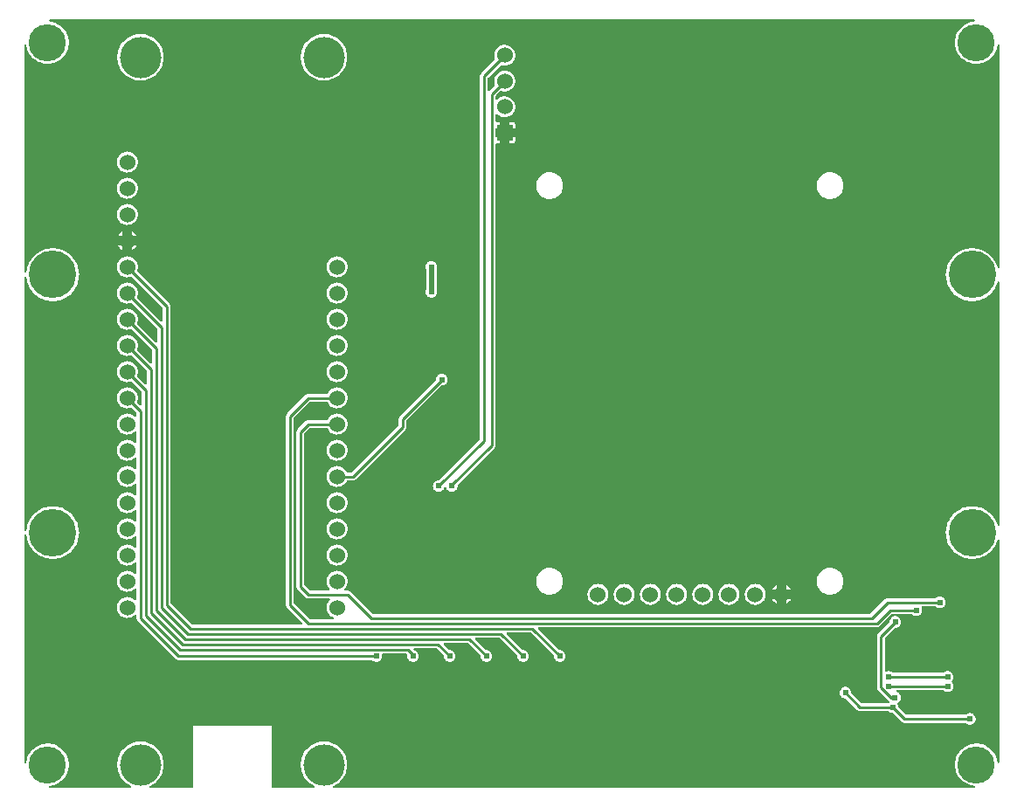
<source format=gbl>
G04 Layer: BottomLayer*
G04 EasyEDA v6.4.19.4, 2021-07-14T11:09:17--7:00*
G04 73e50abd1ea448babbb0d4c805b7eb3a,d433bb90ee054a4e8348b136ee7bb52c,10*
G04 Gerber Generator version 0.2*
G04 Scale: 100 percent, Rotated: No, Reflected: No *
G04 Dimensions in inches *
G04 leading zeros omitted , absolute positions ,3 integer and 6 decimal *
%FSLAX36Y36*%
%MOIN*%

%ADD10C,0.0100*%
%ADD12C,0.0240*%
%ADD27C,0.1417*%
%ADD28C,0.1811*%
%ADD29C,0.0600*%
%ADD30C,0.1575*%
%ADD32C,0.0200*%

%LPD*%
G36*
X-343960Y-88320D02*
G01*
X-345620Y-87960D01*
X-346960Y-86960D01*
X-347780Y-85500D01*
X-347939Y-83820D01*
X-347360Y-82220D01*
X-346200Y-81000D01*
X-344640Y-80380D01*
X-336860Y-79060D01*
X-329320Y-77000D01*
X-322000Y-74220D01*
X-314980Y-70760D01*
X-308340Y-66620D01*
X-302120Y-61880D01*
X-296400Y-56560D01*
X-291200Y-50700D01*
X-286600Y-44360D01*
X-282640Y-37620D01*
X-279340Y-30540D01*
X-276760Y-23160D01*
X-274880Y-15560D01*
X-273740Y-7820D01*
X-273360Y0D01*
X-273740Y7820D01*
X-274880Y15560D01*
X-276760Y23160D01*
X-279340Y30540D01*
X-282640Y37620D01*
X-286600Y44360D01*
X-291200Y50700D01*
X-296400Y56560D01*
X-302120Y61880D01*
X-308340Y66620D01*
X-314980Y70760D01*
X-322000Y74220D01*
X-329320Y77000D01*
X-336860Y79060D01*
X-344580Y80380D01*
X-352380Y80940D01*
X-360200Y80740D01*
X-367960Y79800D01*
X-375600Y78120D01*
X-383040Y75700D01*
X-390220Y72580D01*
X-397040Y68780D01*
X-403480Y64340D01*
X-409460Y59280D01*
X-414940Y53680D01*
X-419840Y47580D01*
X-424120Y41040D01*
X-427760Y34120D01*
X-430700Y26880D01*
X-432939Y19380D01*
X-434440Y11700D01*
X-434680Y9300D01*
X-435200Y7660D01*
X-436380Y6400D01*
X-437980Y5740D01*
X-439700Y5840D01*
X-441240Y6640D01*
X-442280Y8000D01*
X-442660Y9700D01*
X-442660Y874860D01*
X-442299Y876520D01*
X-441260Y877900D01*
X-439760Y878700D01*
X-438060Y878820D01*
X-436460Y878199D01*
X-435260Y877000D01*
X-434700Y875380D01*
X-433760Y868340D01*
X-431860Y859780D01*
X-429219Y851400D01*
X-425860Y843300D01*
X-421800Y835500D01*
X-417100Y828100D01*
X-411740Y821140D01*
X-405820Y814659D01*
X-399340Y808720D01*
X-392380Y803379D01*
X-384960Y798660D01*
X-377180Y794599D01*
X-369060Y791240D01*
X-360700Y788600D01*
X-352120Y786700D01*
X-343420Y785560D01*
X-334640Y785180D01*
X-325880Y785560D01*
X-317160Y786700D01*
X-308600Y788600D01*
X-300220Y791240D01*
X-292120Y794599D01*
X-284320Y798660D01*
X-276920Y803379D01*
X-269960Y808720D01*
X-263480Y814659D01*
X-257540Y821140D01*
X-252200Y828100D01*
X-247480Y835500D01*
X-243420Y843300D01*
X-240060Y851400D01*
X-237420Y859780D01*
X-235520Y868340D01*
X-234380Y877060D01*
X-234000Y885819D01*
X-234380Y894599D01*
X-235520Y903300D01*
X-237420Y911880D01*
X-240060Y920260D01*
X-243420Y928360D01*
X-247480Y936160D01*
X-252200Y943560D01*
X-257540Y950520D01*
X-263480Y957000D01*
X-269960Y962920D01*
X-276920Y968280D01*
X-284320Y972980D01*
X-292120Y977039D01*
X-300220Y980400D01*
X-308600Y983040D01*
X-317160Y984940D01*
X-325880Y986100D01*
X-334640Y986480D01*
X-343420Y986100D01*
X-352120Y984940D01*
X-360700Y983040D01*
X-369060Y980400D01*
X-377180Y977039D01*
X-384960Y972980D01*
X-392380Y968280D01*
X-399340Y962920D01*
X-405820Y957000D01*
X-411740Y950520D01*
X-417100Y943560D01*
X-421800Y936160D01*
X-425860Y928360D01*
X-429219Y920260D01*
X-431860Y911880D01*
X-433760Y903300D01*
X-434700Y896260D01*
X-435260Y894659D01*
X-436460Y893439D01*
X-438060Y892840D01*
X-439760Y892940D01*
X-441260Y893760D01*
X-442299Y895120D01*
X-442660Y896800D01*
X-442660Y1859120D01*
X-442299Y1860780D01*
X-441260Y1862140D01*
X-439760Y1862960D01*
X-438060Y1863060D01*
X-436460Y1862460D01*
X-435260Y1861240D01*
X-434700Y1859640D01*
X-433760Y1852600D01*
X-431860Y1844019D01*
X-429219Y1835660D01*
X-425860Y1827540D01*
X-421800Y1819760D01*
X-417100Y1812360D01*
X-411740Y1805380D01*
X-405820Y1798920D01*
X-399340Y1792980D01*
X-392380Y1787640D01*
X-384960Y1782920D01*
X-377180Y1778860D01*
X-369060Y1775500D01*
X-360700Y1772860D01*
X-352120Y1770960D01*
X-343420Y1769820D01*
X-334640Y1769440D01*
X-325880Y1769820D01*
X-317160Y1770960D01*
X-308600Y1772860D01*
X-300220Y1775500D01*
X-292120Y1778860D01*
X-284320Y1782920D01*
X-276920Y1787640D01*
X-269960Y1792980D01*
X-263480Y1798920D01*
X-257540Y1805380D01*
X-252200Y1812360D01*
X-247480Y1819760D01*
X-243420Y1827540D01*
X-240060Y1835660D01*
X-237420Y1844019D01*
X-235520Y1852600D01*
X-234380Y1861300D01*
X-234000Y1870080D01*
X-234380Y1878860D01*
X-235520Y1887560D01*
X-237420Y1896120D01*
X-240060Y1904500D01*
X-243420Y1912620D01*
X-247480Y1920400D01*
X-252200Y1927800D01*
X-257540Y1934780D01*
X-263480Y1941240D01*
X-269960Y1947180D01*
X-276920Y1952520D01*
X-284320Y1957240D01*
X-292120Y1961300D01*
X-300220Y1964660D01*
X-308600Y1967300D01*
X-317160Y1969199D01*
X-325880Y1970340D01*
X-334640Y1970720D01*
X-343420Y1970340D01*
X-352120Y1969199D01*
X-360700Y1967300D01*
X-369060Y1964660D01*
X-377180Y1961300D01*
X-384960Y1957240D01*
X-392380Y1952520D01*
X-399340Y1947180D01*
X-405820Y1941240D01*
X-411740Y1934780D01*
X-417100Y1927800D01*
X-421800Y1920400D01*
X-425860Y1912620D01*
X-429219Y1904500D01*
X-431860Y1896120D01*
X-433760Y1887560D01*
X-434700Y1880520D01*
X-435260Y1878920D01*
X-436460Y1877700D01*
X-438060Y1877080D01*
X-439760Y1877200D01*
X-441260Y1878020D01*
X-442299Y1879379D01*
X-442660Y1881040D01*
X-442660Y2746220D01*
X-442280Y2747900D01*
X-441240Y2749280D01*
X-439700Y2750080D01*
X-437980Y2750160D01*
X-436380Y2749500D01*
X-435200Y2748240D01*
X-434680Y2746600D01*
X-434440Y2744200D01*
X-432939Y2736540D01*
X-430700Y2729040D01*
X-427760Y2721780D01*
X-424120Y2714860D01*
X-419840Y2708320D01*
X-414940Y2702220D01*
X-409460Y2696620D01*
X-403480Y2691580D01*
X-397040Y2687140D01*
X-390220Y2683340D01*
X-383040Y2680200D01*
X-375600Y2677780D01*
X-367960Y2676100D01*
X-360200Y2675160D01*
X-352380Y2674960D01*
X-344580Y2675539D01*
X-336860Y2676860D01*
X-329320Y2678900D01*
X-322000Y2681680D01*
X-314980Y2685140D01*
X-308340Y2689280D01*
X-302120Y2694020D01*
X-296400Y2699360D01*
X-291200Y2705200D01*
X-286600Y2711540D01*
X-282640Y2718279D01*
X-279340Y2725380D01*
X-276760Y2732760D01*
X-274880Y2740360D01*
X-273740Y2748100D01*
X-273360Y2755899D01*
X-273740Y2763720D01*
X-274880Y2771460D01*
X-276760Y2779060D01*
X-279340Y2786440D01*
X-282640Y2793540D01*
X-286600Y2800280D01*
X-291200Y2806600D01*
X-296400Y2812460D01*
X-302120Y2817780D01*
X-308340Y2822540D01*
X-314980Y2826660D01*
X-322000Y2830140D01*
X-329320Y2832900D01*
X-336860Y2834960D01*
X-344640Y2836280D01*
X-346200Y2836920D01*
X-347360Y2838140D01*
X-347939Y2839720D01*
X-347780Y2841400D01*
X-346960Y2842880D01*
X-345620Y2843880D01*
X-343960Y2844240D01*
X3179380Y2844240D01*
X3181060Y2843860D01*
X3182420Y2842840D01*
X3183220Y2841320D01*
X3183340Y2839620D01*
X3182720Y2838020D01*
X3181480Y2836820D01*
X3179860Y2836259D01*
X3175340Y2835720D01*
X3167700Y2834020D01*
X3160260Y2831600D01*
X3153100Y2828480D01*
X3146259Y2824680D01*
X3139820Y2820240D01*
X3133840Y2815200D01*
X3128380Y2809600D01*
X3123480Y2803500D01*
X3119180Y2796960D01*
X3115560Y2790020D01*
X3112600Y2782780D01*
X3110360Y2775280D01*
X3108860Y2767600D01*
X3108100Y2759820D01*
X3108100Y2752000D01*
X3108860Y2744200D01*
X3110360Y2736540D01*
X3112600Y2729040D01*
X3115560Y2721780D01*
X3119180Y2714860D01*
X3123480Y2708320D01*
X3128380Y2702220D01*
X3133840Y2696620D01*
X3139820Y2691580D01*
X3146259Y2687140D01*
X3153100Y2683340D01*
X3160260Y2680200D01*
X3167700Y2677780D01*
X3175340Y2676100D01*
X3183120Y2675160D01*
X3190940Y2674960D01*
X3198740Y2675539D01*
X3206440Y2676860D01*
X3214000Y2678900D01*
X3221300Y2681680D01*
X3228320Y2685140D01*
X3234960Y2689280D01*
X3241180Y2694020D01*
X3246920Y2699360D01*
X3252100Y2705200D01*
X3256700Y2711540D01*
X3260659Y2718279D01*
X3263960Y2725380D01*
X3266560Y2732760D01*
X3268420Y2740360D01*
X3269340Y2746620D01*
X3269940Y2748200D01*
X3271139Y2749400D01*
X3272740Y2750000D01*
X3274440Y2749860D01*
X3275920Y2749060D01*
X3276940Y2747700D01*
X3277300Y2746040D01*
X3277300Y1900380D01*
X3276980Y1898800D01*
X3276060Y1897480D01*
X3274700Y1896639D01*
X3273100Y1896380D01*
X3271540Y1896780D01*
X3270260Y1897780D01*
X3269480Y1899180D01*
X3267799Y1904500D01*
X3264440Y1912620D01*
X3260400Y1920400D01*
X3255680Y1927800D01*
X3250340Y1934780D01*
X3244400Y1941240D01*
X3237919Y1947180D01*
X3230960Y1952520D01*
X3223560Y1957240D01*
X3215760Y1961300D01*
X3207660Y1964660D01*
X3199280Y1967300D01*
X3190700Y1969199D01*
X3182000Y1970340D01*
X3173240Y1970720D01*
X3164460Y1970340D01*
X3155760Y1969199D01*
X3147180Y1967300D01*
X3138800Y1964660D01*
X3130700Y1961300D01*
X3122900Y1957240D01*
X3115500Y1952520D01*
X3108540Y1947180D01*
X3102060Y1941240D01*
X3096120Y1934780D01*
X3090779Y1927800D01*
X3086060Y1920400D01*
X3082020Y1912620D01*
X3078660Y1904500D01*
X3076019Y1896120D01*
X3074120Y1887560D01*
X3072960Y1878860D01*
X3072580Y1870080D01*
X3072960Y1861300D01*
X3074120Y1852600D01*
X3076019Y1844019D01*
X3078660Y1835660D01*
X3082020Y1827540D01*
X3086060Y1819760D01*
X3090779Y1812360D01*
X3096120Y1805380D01*
X3102060Y1798920D01*
X3108540Y1792980D01*
X3115500Y1787640D01*
X3122900Y1782920D01*
X3130700Y1778860D01*
X3138800Y1775500D01*
X3147180Y1772860D01*
X3155760Y1770960D01*
X3164460Y1769820D01*
X3173240Y1769440D01*
X3182000Y1769820D01*
X3190700Y1770960D01*
X3199280Y1772860D01*
X3207660Y1775500D01*
X3215760Y1778860D01*
X3223560Y1782920D01*
X3230960Y1787640D01*
X3237919Y1792980D01*
X3244400Y1798920D01*
X3250340Y1805380D01*
X3255680Y1812360D01*
X3260400Y1819760D01*
X3264440Y1827540D01*
X3267799Y1835660D01*
X3269480Y1840980D01*
X3270260Y1842380D01*
X3271540Y1843360D01*
X3273100Y1843779D01*
X3274700Y1843520D01*
X3276060Y1842680D01*
X3276980Y1841360D01*
X3277300Y1839780D01*
X3277300Y916120D01*
X3276980Y914560D01*
X3276060Y913240D01*
X3274700Y912380D01*
X3273100Y912140D01*
X3271540Y912540D01*
X3270260Y913520D01*
X3269480Y914920D01*
X3267799Y920260D01*
X3264440Y928360D01*
X3260400Y936160D01*
X3255680Y943560D01*
X3250340Y950520D01*
X3244400Y957000D01*
X3237919Y962920D01*
X3230960Y968280D01*
X3223560Y972980D01*
X3215760Y977039D01*
X3207660Y980400D01*
X3199280Y983040D01*
X3190700Y984940D01*
X3182000Y986100D01*
X3173240Y986480D01*
X3164460Y986100D01*
X3155760Y984940D01*
X3147180Y983040D01*
X3138800Y980400D01*
X3130700Y977039D01*
X3122900Y972980D01*
X3115500Y968280D01*
X3108540Y962920D01*
X3102060Y957000D01*
X3096120Y950520D01*
X3090779Y943560D01*
X3086060Y936160D01*
X3082020Y928360D01*
X3078660Y920260D01*
X3076019Y911880D01*
X3074120Y903300D01*
X3072960Y894599D01*
X3072580Y885819D01*
X3072960Y877060D01*
X3074120Y868340D01*
X3076019Y859780D01*
X3078660Y851400D01*
X3082020Y843300D01*
X3086060Y835500D01*
X3090779Y828100D01*
X3096120Y821140D01*
X3102060Y814659D01*
X3108540Y808720D01*
X3115500Y803379D01*
X3122900Y798660D01*
X3130700Y794599D01*
X3138800Y791240D01*
X3147180Y788600D01*
X3155760Y786700D01*
X3164460Y785560D01*
X3173240Y785180D01*
X3182000Y785560D01*
X3190700Y786700D01*
X3199280Y788600D01*
X3207660Y791240D01*
X3215760Y794599D01*
X3223560Y798660D01*
X3230960Y803379D01*
X3237919Y808720D01*
X3244400Y814659D01*
X3250340Y821140D01*
X3255680Y828100D01*
X3260400Y835500D01*
X3264440Y843300D01*
X3267799Y851400D01*
X3269480Y856720D01*
X3270260Y858139D01*
X3271540Y859120D01*
X3273100Y859520D01*
X3274700Y859280D01*
X3276060Y858420D01*
X3276980Y857099D01*
X3277300Y855520D01*
X3277300Y9880D01*
X3276940Y8220D01*
X3275920Y6860D01*
X3274440Y6040D01*
X3272740Y5920D01*
X3271139Y6500D01*
X3269940Y7700D01*
X3269340Y9300D01*
X3268420Y15560D01*
X3266560Y23160D01*
X3263960Y30540D01*
X3260659Y37620D01*
X3256700Y44360D01*
X3252100Y50700D01*
X3246920Y56560D01*
X3241180Y61880D01*
X3234960Y66620D01*
X3228320Y70760D01*
X3221300Y74220D01*
X3214000Y77000D01*
X3206440Y79060D01*
X3198740Y80380D01*
X3190940Y80940D01*
X3183120Y80740D01*
X3175340Y79800D01*
X3167700Y78120D01*
X3160260Y75700D01*
X3153100Y72580D01*
X3146259Y68780D01*
X3139820Y64340D01*
X3133840Y59280D01*
X3128380Y53680D01*
X3123480Y47580D01*
X3119180Y41040D01*
X3115560Y34120D01*
X3112600Y26880D01*
X3110360Y19380D01*
X3108860Y11700D01*
X3108100Y3920D01*
X3108100Y-3920D01*
X3108860Y-11700D01*
X3110360Y-19380D01*
X3112600Y-26880D01*
X3115560Y-34120D01*
X3119180Y-41040D01*
X3123480Y-47580D01*
X3128380Y-53680D01*
X3133840Y-59280D01*
X3139820Y-64340D01*
X3146259Y-68780D01*
X3153100Y-72580D01*
X3160260Y-75700D01*
X3167700Y-78120D01*
X3175340Y-79800D01*
X3179860Y-80360D01*
X3181480Y-80920D01*
X3182720Y-82100D01*
X3183340Y-83699D01*
X3183220Y-85420D01*
X3182420Y-86920D01*
X3181060Y-87960D01*
X3179380Y-88320D01*
X738620Y-88320D01*
X737099Y-88020D01*
X735819Y-87180D01*
X734940Y-85900D01*
X734620Y-84380D01*
X734900Y-82860D01*
X735740Y-81560D01*
X737000Y-80660D01*
X739599Y-79520D01*
X746760Y-75520D01*
X753540Y-70900D01*
X759840Y-65660D01*
X765660Y-59840D01*
X770900Y-53540D01*
X775520Y-46760D01*
X779520Y-39600D01*
X782840Y-32100D01*
X785440Y-24320D01*
X787320Y-16319D01*
X788460Y-8200D01*
X788840Y0D01*
X788460Y8200D01*
X787320Y16319D01*
X785440Y24320D01*
X782840Y32100D01*
X779520Y39600D01*
X775520Y46760D01*
X770900Y53540D01*
X765660Y59840D01*
X759840Y65660D01*
X753540Y70900D01*
X746760Y75520D01*
X739599Y79520D01*
X732099Y82840D01*
X724320Y85440D01*
X716320Y87320D01*
X708199Y88460D01*
X700000Y88840D01*
X691800Y88460D01*
X683680Y87320D01*
X675680Y85440D01*
X667900Y82840D01*
X660400Y79520D01*
X653240Y75520D01*
X646460Y70900D01*
X640160Y65660D01*
X634340Y59840D01*
X629100Y53540D01*
X624480Y46760D01*
X620480Y39600D01*
X617160Y32100D01*
X614560Y24320D01*
X612680Y16319D01*
X611540Y8200D01*
X611160Y0D01*
X611540Y-8200D01*
X612680Y-16319D01*
X614560Y-24320D01*
X617160Y-32100D01*
X620480Y-39600D01*
X624480Y-46760D01*
X629100Y-53540D01*
X634340Y-59840D01*
X640160Y-65660D01*
X646460Y-70900D01*
X653240Y-75520D01*
X660400Y-79520D01*
X663000Y-80660D01*
X664260Y-81560D01*
X665100Y-82860D01*
X665380Y-84380D01*
X665060Y-85900D01*
X664180Y-87180D01*
X662900Y-88020D01*
X661380Y-88320D01*
X504000Y-88320D01*
X502460Y-88020D01*
X501180Y-87160D01*
X500300Y-85860D01*
X500000Y-84320D01*
X500000Y149600D01*
X499600Y150000D01*
X200400Y150000D01*
X200000Y149600D01*
X200000Y-84320D01*
X199700Y-85860D01*
X198820Y-87160D01*
X197540Y-88020D01*
X196000Y-88320D01*
X38620Y-88320D01*
X37100Y-88020D01*
X35820Y-87180D01*
X34940Y-85900D01*
X34620Y-84380D01*
X34900Y-82860D01*
X35740Y-81560D01*
X37000Y-80660D01*
X39600Y-79520D01*
X46760Y-75520D01*
X53540Y-70900D01*
X59840Y-65660D01*
X65660Y-59840D01*
X70900Y-53540D01*
X75520Y-46760D01*
X79520Y-39600D01*
X82840Y-32100D01*
X85440Y-24320D01*
X87320Y-16319D01*
X88460Y-8200D01*
X88840Y0D01*
X88460Y8200D01*
X87320Y16319D01*
X85440Y24320D01*
X82840Y32100D01*
X79520Y39600D01*
X75520Y46760D01*
X70900Y53540D01*
X65660Y59840D01*
X59840Y65660D01*
X53540Y70900D01*
X46760Y75520D01*
X39600Y79520D01*
X32100Y82840D01*
X24320Y85440D01*
X16319Y87320D01*
X8200Y88460D01*
X0Y88840D01*
X-8200Y88460D01*
X-16319Y87320D01*
X-24320Y85440D01*
X-32100Y82840D01*
X-39600Y79520D01*
X-46760Y75520D01*
X-53540Y70900D01*
X-59840Y65660D01*
X-65660Y59840D01*
X-70900Y53540D01*
X-75520Y46760D01*
X-79520Y39600D01*
X-82840Y32100D01*
X-85440Y24320D01*
X-87320Y16319D01*
X-88460Y8200D01*
X-88840Y0D01*
X-88460Y-8200D01*
X-87320Y-16319D01*
X-85440Y-24320D01*
X-82840Y-32100D01*
X-79520Y-39600D01*
X-75520Y-46760D01*
X-70900Y-53540D01*
X-65660Y-59840D01*
X-59840Y-65660D01*
X-53540Y-70900D01*
X-46760Y-75520D01*
X-39600Y-79520D01*
X-37000Y-80660D01*
X-35740Y-81560D01*
X-34900Y-82860D01*
X-34620Y-84380D01*
X-34940Y-85900D01*
X-35820Y-87180D01*
X-37100Y-88020D01*
X-38620Y-88320D01*
G37*

%LPC*%
G36*
X3165000Y152920D02*
G01*
X3168840Y153260D01*
X3172559Y154240D01*
X3176040Y155880D01*
X3179200Y158080D01*
X3181920Y160799D01*
X3184120Y163960D01*
X3185760Y167440D01*
X3186740Y171160D01*
X3187080Y175000D01*
X3186740Y178840D01*
X3185760Y182560D01*
X3184120Y186040D01*
X3181920Y189200D01*
X3179200Y191920D01*
X3176040Y194120D01*
X3172559Y195760D01*
X3168840Y196740D01*
X3165000Y197079D01*
X3161160Y196740D01*
X3157440Y195760D01*
X3153960Y194120D01*
X3150800Y191920D01*
X3150160Y191280D01*
X3148860Y190400D01*
X3147320Y190100D01*
X2922919Y190100D01*
X2921380Y190400D01*
X2920080Y191280D01*
X2893180Y218180D01*
X2892380Y219300D01*
X2892020Y220660D01*
X2891740Y223840D01*
X2890760Y227560D01*
X2889120Y231040D01*
X2888580Y231840D01*
X2887940Y233260D01*
X2887900Y234820D01*
X2888480Y236280D01*
X2889560Y237399D01*
X2892780Y239660D01*
X2895500Y242380D01*
X2897700Y245539D01*
X2899340Y249020D01*
X2900320Y252740D01*
X2900659Y256580D01*
X2900320Y260420D01*
X2899340Y264140D01*
X2897700Y267620D01*
X2895500Y270780D01*
X2892780Y273500D01*
X2889620Y275700D01*
X2886259Y277280D01*
X2885020Y278180D01*
X2884200Y279480D01*
X2883940Y281000D01*
X2884280Y282500D01*
X2885160Y283760D01*
X2886440Y284600D01*
X2887940Y284900D01*
X3062320Y284900D01*
X3063860Y284600D01*
X3065160Y283720D01*
X3065800Y283080D01*
X3068960Y280880D01*
X3072440Y279240D01*
X3076160Y278260D01*
X3080000Y277920D01*
X3083840Y278260D01*
X3087559Y279240D01*
X3091040Y280880D01*
X3094200Y283080D01*
X3096920Y285800D01*
X3099120Y288960D01*
X3100760Y292440D01*
X3101740Y296160D01*
X3102080Y300000D01*
X3101740Y303840D01*
X3100760Y307560D01*
X3099120Y311040D01*
X3096920Y314200D01*
X3096440Y314680D01*
X3095580Y315960D01*
X3095280Y317500D01*
X3095580Y319040D01*
X3096440Y320319D01*
X3096920Y320800D01*
X3099120Y323960D01*
X3100760Y327440D01*
X3101740Y331160D01*
X3102080Y335000D01*
X3101740Y338840D01*
X3100760Y342560D01*
X3099120Y346040D01*
X3096920Y349200D01*
X3094200Y351920D01*
X3091040Y354120D01*
X3087559Y355760D01*
X3083840Y356740D01*
X3080000Y357080D01*
X3076160Y356740D01*
X3072440Y355760D01*
X3068960Y354120D01*
X3065800Y351920D01*
X3065160Y351280D01*
X3063860Y350400D01*
X3062320Y350100D01*
X2872679Y350100D01*
X2871139Y350400D01*
X2869840Y351280D01*
X2869200Y351920D01*
X2866040Y354120D01*
X2862559Y355760D01*
X2858840Y356740D01*
X2855000Y357080D01*
X2851160Y356740D01*
X2847440Y355760D01*
X2845800Y354980D01*
X2844240Y354600D01*
X2842660Y354880D01*
X2841320Y355720D01*
X2840419Y357040D01*
X2840100Y358600D01*
X2840100Y482080D01*
X2840400Y483620D01*
X2841280Y484920D01*
X2878180Y521820D01*
X2879300Y522620D01*
X2880659Y522980D01*
X2883840Y523260D01*
X2887559Y524240D01*
X2891040Y525880D01*
X2894200Y528080D01*
X2896920Y530800D01*
X2899120Y533960D01*
X2900760Y537440D01*
X2901740Y541160D01*
X2902080Y545000D01*
X2901740Y548840D01*
X2900760Y552560D01*
X2899120Y556040D01*
X2896920Y559200D01*
X2894200Y561920D01*
X2891040Y564120D01*
X2887559Y565760D01*
X2883840Y566740D01*
X2881940Y566920D01*
X2880280Y567440D01*
X2879720Y567440D01*
X2878060Y566920D01*
X2876160Y566740D01*
X2872440Y565760D01*
X2868960Y564120D01*
X2865800Y561920D01*
X2863080Y559200D01*
X2860880Y556040D01*
X2859240Y552560D01*
X2858260Y548840D01*
X2857980Y545660D01*
X2857620Y544300D01*
X2856820Y543180D01*
X2814460Y500820D01*
X2812460Y498380D01*
X2811060Y495780D01*
X2810200Y492939D01*
X2809900Y489799D01*
X2809900Y295200D01*
X2810200Y292060D01*
X2811060Y289220D01*
X2812460Y286620D01*
X2814460Y284180D01*
X2852600Y246040D01*
X2855040Y244040D01*
X2856680Y242840D01*
X2857420Y241500D01*
X2857600Y240000D01*
X2857220Y238520D01*
X2856300Y237300D01*
X2855020Y236140D01*
X2853780Y235360D01*
X2852320Y235100D01*
X2752919Y235100D01*
X2751380Y235400D01*
X2750080Y236280D01*
X2713180Y273180D01*
X2712380Y274300D01*
X2712020Y275660D01*
X2711740Y278840D01*
X2710760Y282560D01*
X2709120Y286040D01*
X2706920Y289200D01*
X2704200Y291920D01*
X2701040Y294120D01*
X2697559Y295760D01*
X2693840Y296740D01*
X2690000Y297080D01*
X2686160Y296740D01*
X2682440Y295760D01*
X2678960Y294120D01*
X2675800Y291920D01*
X2673080Y289200D01*
X2670880Y286040D01*
X2669240Y282560D01*
X2668260Y278840D01*
X2667919Y275000D01*
X2668260Y271160D01*
X2669240Y267440D01*
X2670880Y263960D01*
X2673080Y260799D01*
X2675800Y258080D01*
X2678960Y255880D01*
X2682440Y254240D01*
X2686160Y253260D01*
X2689340Y252979D01*
X2690700Y252620D01*
X2691820Y251820D01*
X2734180Y209460D01*
X2736620Y207460D01*
X2739220Y206060D01*
X2742060Y205200D01*
X2745200Y204899D01*
X2852320Y204899D01*
X2853860Y204600D01*
X2855160Y203720D01*
X2855800Y203080D01*
X2858960Y200880D01*
X2862440Y199240D01*
X2866160Y198260D01*
X2869340Y197979D01*
X2870700Y197620D01*
X2871820Y196820D01*
X2904180Y164460D01*
X2906620Y162460D01*
X2909220Y161060D01*
X2912060Y160200D01*
X2915200Y159900D01*
X3147320Y159900D01*
X3148860Y159600D01*
X3150160Y158720D01*
X3150800Y158080D01*
X3153960Y155880D01*
X3157440Y154240D01*
X3161160Y153260D01*
G37*
G36*
X900000Y392920D02*
G01*
X903840Y393260D01*
X907560Y394240D01*
X911040Y395880D01*
X914200Y398080D01*
X916919Y400800D01*
X919120Y403960D01*
X920759Y407440D01*
X921740Y411160D01*
X922080Y415000D01*
X921740Y418840D01*
X921480Y419860D01*
X921360Y421320D01*
X921780Y422720D01*
X922660Y423880D01*
X923900Y424640D01*
X925340Y424900D01*
X1012080Y424900D01*
X1013620Y424600D01*
X1014920Y423720D01*
X1017060Y421580D01*
X1017980Y420120D01*
X1018220Y418420D01*
X1017920Y415000D01*
X1018259Y411160D01*
X1019240Y407440D01*
X1020879Y403960D01*
X1023080Y400800D01*
X1025800Y398080D01*
X1028960Y395880D01*
X1032440Y394240D01*
X1036160Y393260D01*
X1040000Y392920D01*
X1043840Y393260D01*
X1047560Y394240D01*
X1051040Y395880D01*
X1054200Y398080D01*
X1056920Y400800D01*
X1059120Y403960D01*
X1060760Y407440D01*
X1061740Y411160D01*
X1062080Y415000D01*
X1061740Y418840D01*
X1060760Y422560D01*
X1059120Y426040D01*
X1056920Y429200D01*
X1054200Y431920D01*
X1051040Y434120D01*
X1047560Y435760D01*
X1045920Y436180D01*
X1044960Y436580D01*
X1043280Y438080D01*
X1042420Y439360D01*
X1042120Y440900D01*
X1042420Y442440D01*
X1043280Y443720D01*
X1044580Y444600D01*
X1046120Y444900D01*
X1127080Y444900D01*
X1128620Y444600D01*
X1129920Y443720D01*
X1156820Y416820D01*
X1157620Y415700D01*
X1157980Y414340D01*
X1158260Y411160D01*
X1159240Y407440D01*
X1160880Y403960D01*
X1163080Y400800D01*
X1165800Y398080D01*
X1168960Y395880D01*
X1172440Y394240D01*
X1176160Y393260D01*
X1180000Y392920D01*
X1183840Y393260D01*
X1187560Y394240D01*
X1191040Y395880D01*
X1194200Y398080D01*
X1196920Y400800D01*
X1199120Y403960D01*
X1200760Y407440D01*
X1201740Y411160D01*
X1202080Y415000D01*
X1201740Y418840D01*
X1200760Y422560D01*
X1199120Y426040D01*
X1196920Y429200D01*
X1194200Y431920D01*
X1191040Y434120D01*
X1187560Y435760D01*
X1183840Y436740D01*
X1180660Y437020D01*
X1179300Y437380D01*
X1178180Y438180D01*
X1158280Y458080D01*
X1157420Y459360D01*
X1157120Y460900D01*
X1157420Y462440D01*
X1158280Y463720D01*
X1159580Y464600D01*
X1161120Y464900D01*
X1247080Y464900D01*
X1248620Y464600D01*
X1249920Y463720D01*
X1296819Y416820D01*
X1297620Y415700D01*
X1297980Y414340D01*
X1298260Y411160D01*
X1299240Y407440D01*
X1300880Y403960D01*
X1303080Y400800D01*
X1305800Y398080D01*
X1308959Y395880D01*
X1312440Y394240D01*
X1316160Y393260D01*
X1320000Y392920D01*
X1323839Y393260D01*
X1327560Y394240D01*
X1331040Y395880D01*
X1334199Y398080D01*
X1336920Y400800D01*
X1339120Y403960D01*
X1340760Y407440D01*
X1341740Y411160D01*
X1342080Y415000D01*
X1341740Y418840D01*
X1340760Y422560D01*
X1339120Y426040D01*
X1336920Y429200D01*
X1334199Y431920D01*
X1331040Y434120D01*
X1327560Y435760D01*
X1323839Y436740D01*
X1320660Y437020D01*
X1319300Y437380D01*
X1318180Y438180D01*
X1278280Y478080D01*
X1277420Y479360D01*
X1277120Y480900D01*
X1277420Y482440D01*
X1278280Y483720D01*
X1279580Y484600D01*
X1281120Y484900D01*
X1367080Y484900D01*
X1368620Y484600D01*
X1369920Y483720D01*
X1436819Y416820D01*
X1437620Y415700D01*
X1437980Y414340D01*
X1438260Y411160D01*
X1439240Y407440D01*
X1440880Y403960D01*
X1443080Y400800D01*
X1445800Y398080D01*
X1448959Y395880D01*
X1452440Y394240D01*
X1456160Y393260D01*
X1460000Y392920D01*
X1463839Y393260D01*
X1467560Y394240D01*
X1471040Y395880D01*
X1474199Y398080D01*
X1476920Y400800D01*
X1479120Y403960D01*
X1480760Y407440D01*
X1481740Y411160D01*
X1482080Y415000D01*
X1481740Y418840D01*
X1480760Y422560D01*
X1479120Y426040D01*
X1476920Y429200D01*
X1474199Y431920D01*
X1471040Y434120D01*
X1467560Y435760D01*
X1463839Y436740D01*
X1460660Y437020D01*
X1459300Y437380D01*
X1458180Y438180D01*
X1398280Y498080D01*
X1397420Y499360D01*
X1397120Y500900D01*
X1397420Y502440D01*
X1398280Y503720D01*
X1399580Y504600D01*
X1401120Y504900D01*
X1487080Y504900D01*
X1488620Y504600D01*
X1489920Y503720D01*
X1576819Y416820D01*
X1577620Y415700D01*
X1577980Y414340D01*
X1578260Y411160D01*
X1579240Y407440D01*
X1580880Y403960D01*
X1583080Y400800D01*
X1585800Y398080D01*
X1588959Y395880D01*
X1592440Y394240D01*
X1596160Y393260D01*
X1600000Y392920D01*
X1603839Y393260D01*
X1607560Y394240D01*
X1611040Y395880D01*
X1614199Y398080D01*
X1616920Y400800D01*
X1619120Y403960D01*
X1620760Y407440D01*
X1621740Y411160D01*
X1622080Y415000D01*
X1621740Y418840D01*
X1620760Y422560D01*
X1619120Y426040D01*
X1616920Y429200D01*
X1614199Y431920D01*
X1611040Y434120D01*
X1607560Y435760D01*
X1603839Y436740D01*
X1600660Y437020D01*
X1599300Y437380D01*
X1598180Y438180D01*
X1518280Y518080D01*
X1517420Y519360D01*
X1517120Y520900D01*
X1517420Y522440D01*
X1518280Y523720D01*
X1519580Y524600D01*
X1521120Y524900D01*
X2809800Y524900D01*
X2812940Y525200D01*
X2815779Y526060D01*
X2818380Y527460D01*
X2820820Y529460D01*
X2865080Y573720D01*
X2866380Y574600D01*
X2867919Y574900D01*
X2877720Y574900D01*
X2879400Y574520D01*
X2880000Y574060D01*
X2880600Y574520D01*
X2882280Y574900D01*
X2942320Y574900D01*
X2943860Y574600D01*
X2945160Y573720D01*
X2945800Y573080D01*
X2948960Y570880D01*
X2952440Y569240D01*
X2956160Y568260D01*
X2960000Y567920D01*
X2963840Y568260D01*
X2967559Y569240D01*
X2971040Y570880D01*
X2974200Y573080D01*
X2976920Y575800D01*
X2979120Y578960D01*
X2980760Y582440D01*
X2981740Y586160D01*
X2982080Y590000D01*
X2981740Y593840D01*
X2980760Y597560D01*
X2979980Y599200D01*
X2979600Y600760D01*
X2979880Y602340D01*
X2980720Y603680D01*
X2982040Y604580D01*
X2983600Y604900D01*
X3032320Y604900D01*
X3033860Y604600D01*
X3035160Y603720D01*
X3035800Y603080D01*
X3038960Y600880D01*
X3042440Y599240D01*
X3046160Y598260D01*
X3050000Y597920D01*
X3053840Y598260D01*
X3057559Y599240D01*
X3061040Y600880D01*
X3064200Y603080D01*
X3066920Y605800D01*
X3069120Y608960D01*
X3070760Y612440D01*
X3071740Y616160D01*
X3072080Y620000D01*
X3071740Y623840D01*
X3070760Y627560D01*
X3069120Y631040D01*
X3066920Y634200D01*
X3064200Y636920D01*
X3061040Y639120D01*
X3057559Y640759D01*
X3053840Y641740D01*
X3050000Y642080D01*
X3046160Y641740D01*
X3042440Y640759D01*
X3038960Y639120D01*
X3035800Y636920D01*
X3035160Y636280D01*
X3033860Y635400D01*
X3032320Y635100D01*
X2850200Y635100D01*
X2847060Y634800D01*
X2844220Y633940D01*
X2841620Y632540D01*
X2839180Y630540D01*
X2784920Y576280D01*
X2783620Y575400D01*
X2782080Y575100D01*
X887920Y575100D01*
X886380Y575400D01*
X885080Y576280D01*
X800819Y660540D01*
X798379Y662540D01*
X795780Y663940D01*
X792940Y664800D01*
X789800Y665100D01*
X781380Y665100D01*
X779880Y665400D01*
X778600Y666220D01*
X777720Y667480D01*
X777380Y668960D01*
X777620Y670480D01*
X778420Y671780D01*
X781460Y675160D01*
X784500Y679560D01*
X786900Y684340D01*
X788660Y689400D01*
X789740Y694659D01*
X790100Y700000D01*
X789740Y705340D01*
X788660Y710600D01*
X786900Y715660D01*
X784500Y720440D01*
X781460Y724840D01*
X777880Y728820D01*
X773780Y732280D01*
X769260Y735160D01*
X764400Y737420D01*
X759300Y739000D01*
X754020Y739880D01*
X748660Y740060D01*
X743340Y739539D01*
X738120Y738300D01*
X733120Y736360D01*
X728420Y733800D01*
X724120Y730620D01*
X720260Y726900D01*
X716940Y722680D01*
X714220Y718080D01*
X712120Y713160D01*
X710720Y707980D01*
X710000Y702680D01*
X710000Y697320D01*
X710720Y692020D01*
X712120Y686840D01*
X714220Y681919D01*
X716940Y677320D01*
X720260Y673100D01*
X721440Y671979D01*
X722340Y670680D01*
X722660Y669140D01*
X722360Y667600D01*
X721500Y666280D01*
X720200Y665400D01*
X718660Y665100D01*
X647920Y665100D01*
X646380Y665400D01*
X645080Y666280D01*
X626280Y685080D01*
X625400Y686380D01*
X625100Y687920D01*
X625100Y1262080D01*
X625400Y1263620D01*
X626280Y1264920D01*
X645080Y1283720D01*
X646380Y1284600D01*
X647920Y1284900D01*
X710300Y1284900D01*
X711820Y1284600D01*
X713120Y1283740D01*
X716940Y1277320D01*
X720260Y1273100D01*
X724120Y1269380D01*
X728420Y1266200D01*
X733120Y1263640D01*
X738120Y1261700D01*
X743340Y1260460D01*
X748660Y1259940D01*
X754020Y1260120D01*
X759300Y1261000D01*
X764400Y1262580D01*
X769260Y1264840D01*
X773780Y1267720D01*
X777880Y1271180D01*
X781460Y1275160D01*
X784500Y1279560D01*
X786900Y1284340D01*
X788660Y1289400D01*
X789740Y1294660D01*
X790100Y1300000D01*
X789740Y1305340D01*
X788660Y1310600D01*
X786900Y1315660D01*
X784500Y1320440D01*
X781460Y1324840D01*
X777880Y1328820D01*
X773780Y1332280D01*
X769260Y1335160D01*
X764400Y1337420D01*
X759300Y1339000D01*
X754020Y1339880D01*
X748660Y1340060D01*
X743340Y1339540D01*
X738120Y1338300D01*
X733120Y1336360D01*
X728420Y1333800D01*
X724120Y1330620D01*
X720260Y1326900D01*
X716940Y1322680D01*
X713120Y1316260D01*
X711820Y1315400D01*
X710300Y1315100D01*
X640200Y1315100D01*
X637060Y1314800D01*
X634220Y1313940D01*
X631620Y1312540D01*
X629180Y1310540D01*
X599460Y1280820D01*
X597460Y1278380D01*
X596060Y1275780D01*
X595200Y1272940D01*
X594900Y1269800D01*
X594900Y680200D01*
X595200Y677060D01*
X596060Y674220D01*
X597460Y671620D01*
X599460Y669180D01*
X629180Y639460D01*
X631620Y637460D01*
X634220Y636060D01*
X637060Y635200D01*
X640200Y634900D01*
X718660Y634900D01*
X720200Y634600D01*
X721500Y633720D01*
X722360Y632400D01*
X722660Y630860D01*
X722340Y629320D01*
X721440Y628020D01*
X720260Y626900D01*
X716940Y622680D01*
X714220Y618080D01*
X712120Y613160D01*
X710720Y607980D01*
X710000Y602680D01*
X710000Y597320D01*
X710720Y592020D01*
X712120Y586840D01*
X714220Y581920D01*
X716940Y577320D01*
X720260Y573100D01*
X724120Y569380D01*
X728420Y566200D01*
X733120Y563640D01*
X735200Y562840D01*
X736540Y561980D01*
X737440Y560700D01*
X737760Y559160D01*
X737480Y557600D01*
X736620Y556300D01*
X735320Y555400D01*
X733760Y555100D01*
X647920Y555100D01*
X646380Y555400D01*
X645080Y556280D01*
X586280Y615080D01*
X585400Y616380D01*
X585100Y617920D01*
X585100Y1322080D01*
X585400Y1323620D01*
X586280Y1324920D01*
X645080Y1383720D01*
X646380Y1384600D01*
X647920Y1384900D01*
X710300Y1384900D01*
X711820Y1384600D01*
X713120Y1383740D01*
X716940Y1377320D01*
X720260Y1373100D01*
X724120Y1369379D01*
X728420Y1366200D01*
X733120Y1363640D01*
X738120Y1361699D01*
X743340Y1360460D01*
X748660Y1359940D01*
X754020Y1360120D01*
X759300Y1361000D01*
X764400Y1362580D01*
X769260Y1364840D01*
X773780Y1367720D01*
X777880Y1371180D01*
X781460Y1375160D01*
X784500Y1379560D01*
X786900Y1384340D01*
X788660Y1389400D01*
X789740Y1394660D01*
X790100Y1400000D01*
X789740Y1405340D01*
X788660Y1410600D01*
X786900Y1415660D01*
X784500Y1420440D01*
X781460Y1424840D01*
X777880Y1428820D01*
X773780Y1432280D01*
X769260Y1435160D01*
X764400Y1437420D01*
X759300Y1439000D01*
X754020Y1439880D01*
X748660Y1440060D01*
X743340Y1439540D01*
X738120Y1438300D01*
X733120Y1436360D01*
X728420Y1433800D01*
X724120Y1430620D01*
X720260Y1426900D01*
X716940Y1422680D01*
X713120Y1416260D01*
X711820Y1415400D01*
X710300Y1415100D01*
X640200Y1415100D01*
X637060Y1414800D01*
X634220Y1413940D01*
X631620Y1412540D01*
X629180Y1410540D01*
X559460Y1340820D01*
X557460Y1338380D01*
X556060Y1335780D01*
X555200Y1332940D01*
X554900Y1329800D01*
X554900Y610200D01*
X555200Y607060D01*
X556060Y604220D01*
X557460Y601620D01*
X559460Y599180D01*
X616720Y541920D01*
X617580Y540640D01*
X617880Y539100D01*
X617580Y537560D01*
X616720Y536280D01*
X615420Y535400D01*
X613880Y535100D01*
X197920Y535100D01*
X196380Y535400D01*
X195080Y536280D01*
X116280Y615080D01*
X115399Y616380D01*
X115100Y617920D01*
X115100Y1749800D01*
X114800Y1752940D01*
X113940Y1755780D01*
X112540Y1758380D01*
X110540Y1760820D01*
X-11299Y1882640D01*
X-12120Y1883880D01*
X-12460Y1885320D01*
X-12240Y1886780D01*
X-11339Y1889400D01*
X-10260Y1894660D01*
X-9900Y1900000D01*
X-10260Y1905340D01*
X-11339Y1910600D01*
X-13100Y1915660D01*
X-15500Y1920440D01*
X-18540Y1924840D01*
X-22120Y1928820D01*
X-26220Y1932280D01*
X-30740Y1935160D01*
X-35600Y1937420D01*
X-40700Y1939000D01*
X-45980Y1939880D01*
X-51340Y1940060D01*
X-56660Y1939540D01*
X-61880Y1938300D01*
X-66880Y1936360D01*
X-71580Y1933800D01*
X-75880Y1930620D01*
X-79740Y1926900D01*
X-83059Y1922680D01*
X-85780Y1918080D01*
X-87880Y1913160D01*
X-89280Y1907980D01*
X-90000Y1902680D01*
X-90000Y1897320D01*
X-89280Y1892020D01*
X-87880Y1886840D01*
X-85780Y1881920D01*
X-83059Y1877320D01*
X-79740Y1873100D01*
X-75880Y1869379D01*
X-71580Y1866200D01*
X-66880Y1863640D01*
X-61880Y1861699D01*
X-56660Y1860460D01*
X-51340Y1859940D01*
X-45980Y1860120D01*
X-40700Y1861000D01*
X-36640Y1862260D01*
X-35200Y1862440D01*
X-33820Y1862080D01*
X-32620Y1861279D01*
X83720Y1744920D01*
X84600Y1743620D01*
X84900Y1742080D01*
X84900Y1696120D01*
X84600Y1694580D01*
X83720Y1693280D01*
X82440Y1692420D01*
X80900Y1692120D01*
X79360Y1692420D01*
X78080Y1693280D01*
X-11299Y1782640D01*
X-12120Y1783880D01*
X-12460Y1785320D01*
X-12240Y1786780D01*
X-11339Y1789400D01*
X-10260Y1794660D01*
X-9900Y1800000D01*
X-10260Y1805340D01*
X-11339Y1810600D01*
X-13100Y1815660D01*
X-15500Y1820440D01*
X-18540Y1824840D01*
X-22120Y1828820D01*
X-26220Y1832280D01*
X-30740Y1835160D01*
X-35600Y1837420D01*
X-40700Y1839000D01*
X-45980Y1839880D01*
X-51340Y1840060D01*
X-56660Y1839540D01*
X-61880Y1838300D01*
X-66880Y1836360D01*
X-71580Y1833800D01*
X-75880Y1830620D01*
X-79740Y1826900D01*
X-83059Y1822680D01*
X-85780Y1818080D01*
X-87880Y1813160D01*
X-89280Y1807980D01*
X-90000Y1802680D01*
X-90000Y1797320D01*
X-89280Y1792020D01*
X-87880Y1786840D01*
X-85780Y1781920D01*
X-83059Y1777320D01*
X-79740Y1773100D01*
X-75880Y1769379D01*
X-71580Y1766200D01*
X-66880Y1763640D01*
X-61880Y1761699D01*
X-56660Y1760460D01*
X-51340Y1759940D01*
X-45980Y1760120D01*
X-40700Y1761000D01*
X-36640Y1762260D01*
X-35200Y1762440D01*
X-33820Y1762080D01*
X-32620Y1761279D01*
X63720Y1664920D01*
X64600Y1663620D01*
X64900Y1662080D01*
X64900Y1616120D01*
X64600Y1614580D01*
X63720Y1613280D01*
X62440Y1612420D01*
X60900Y1612120D01*
X59360Y1612420D01*
X58080Y1613280D01*
X-11299Y1682640D01*
X-12120Y1683880D01*
X-12460Y1685320D01*
X-12240Y1686780D01*
X-11339Y1689400D01*
X-10260Y1694660D01*
X-9900Y1700000D01*
X-10260Y1705340D01*
X-11339Y1710600D01*
X-13100Y1715660D01*
X-15500Y1720440D01*
X-18540Y1724840D01*
X-22120Y1728820D01*
X-26220Y1732280D01*
X-30740Y1735160D01*
X-35600Y1737420D01*
X-40700Y1739000D01*
X-45980Y1739880D01*
X-51340Y1740060D01*
X-56660Y1739540D01*
X-61880Y1738300D01*
X-66880Y1736360D01*
X-71580Y1733800D01*
X-75880Y1730620D01*
X-79740Y1726900D01*
X-83059Y1722680D01*
X-85780Y1718080D01*
X-87880Y1713160D01*
X-89280Y1707980D01*
X-90000Y1702680D01*
X-90000Y1697320D01*
X-89280Y1692020D01*
X-87880Y1686840D01*
X-85780Y1681920D01*
X-83059Y1677320D01*
X-79740Y1673100D01*
X-75880Y1669379D01*
X-71580Y1666200D01*
X-66880Y1663640D01*
X-61880Y1661699D01*
X-56660Y1660460D01*
X-51340Y1659940D01*
X-45980Y1660120D01*
X-40700Y1661000D01*
X-36640Y1662260D01*
X-35200Y1662440D01*
X-33820Y1662080D01*
X-32620Y1661279D01*
X43720Y1584920D01*
X44600Y1583620D01*
X44900Y1582080D01*
X44900Y1536120D01*
X44600Y1534580D01*
X43720Y1533280D01*
X42440Y1532420D01*
X40900Y1532120D01*
X39360Y1532420D01*
X38080Y1533280D01*
X-11299Y1582640D01*
X-12120Y1583880D01*
X-12460Y1585320D01*
X-12240Y1586780D01*
X-11339Y1589400D01*
X-10260Y1594660D01*
X-9900Y1600000D01*
X-10260Y1605340D01*
X-11339Y1610600D01*
X-13100Y1615660D01*
X-15500Y1620440D01*
X-18540Y1624840D01*
X-22120Y1628820D01*
X-26220Y1632280D01*
X-30740Y1635160D01*
X-35600Y1637420D01*
X-40700Y1639000D01*
X-45980Y1639880D01*
X-51340Y1640060D01*
X-56660Y1639540D01*
X-61880Y1638300D01*
X-66880Y1636360D01*
X-71580Y1633800D01*
X-75880Y1630620D01*
X-79740Y1626900D01*
X-83059Y1622680D01*
X-85780Y1618080D01*
X-87880Y1613160D01*
X-89280Y1607980D01*
X-90000Y1602680D01*
X-90000Y1597320D01*
X-89280Y1592020D01*
X-87880Y1586840D01*
X-85780Y1581920D01*
X-83059Y1577320D01*
X-79740Y1573100D01*
X-75880Y1569379D01*
X-71580Y1566200D01*
X-66880Y1563640D01*
X-61880Y1561699D01*
X-56660Y1560460D01*
X-51340Y1559940D01*
X-45980Y1560120D01*
X-40700Y1561000D01*
X-36640Y1562260D01*
X-35200Y1562440D01*
X-33820Y1562080D01*
X-32620Y1561279D01*
X23720Y1504920D01*
X24600Y1503620D01*
X24900Y1502080D01*
X24900Y1456120D01*
X24600Y1454580D01*
X23720Y1453280D01*
X22440Y1452420D01*
X20900Y1452120D01*
X19360Y1452420D01*
X18080Y1453280D01*
X-11299Y1482640D01*
X-12120Y1483880D01*
X-12460Y1485320D01*
X-12240Y1486780D01*
X-11339Y1489400D01*
X-10260Y1494660D01*
X-9900Y1500000D01*
X-10260Y1505340D01*
X-11339Y1510600D01*
X-13100Y1515660D01*
X-15500Y1520440D01*
X-18540Y1524840D01*
X-22120Y1528820D01*
X-26220Y1532280D01*
X-30740Y1535160D01*
X-35600Y1537420D01*
X-40700Y1539000D01*
X-45980Y1539880D01*
X-51340Y1540060D01*
X-56660Y1539540D01*
X-61880Y1538300D01*
X-66880Y1536360D01*
X-71580Y1533800D01*
X-75880Y1530620D01*
X-79740Y1526900D01*
X-83059Y1522680D01*
X-85780Y1518080D01*
X-87880Y1513160D01*
X-89280Y1507980D01*
X-90000Y1502680D01*
X-90000Y1497320D01*
X-89280Y1492020D01*
X-87880Y1486840D01*
X-85780Y1481920D01*
X-83059Y1477320D01*
X-79740Y1473100D01*
X-75880Y1469379D01*
X-71580Y1466200D01*
X-66880Y1463640D01*
X-61880Y1461699D01*
X-56660Y1460460D01*
X-51340Y1459940D01*
X-45980Y1460120D01*
X-40700Y1461000D01*
X-36640Y1462260D01*
X-35200Y1462440D01*
X-33820Y1462080D01*
X-32620Y1461279D01*
X3720Y1424920D01*
X4600Y1423620D01*
X4900Y1422080D01*
X4900Y1376120D01*
X4600Y1374580D01*
X3720Y1373280D01*
X2440Y1372420D01*
X900Y1372120D01*
X-640Y1372420D01*
X-1920Y1373280D01*
X-11299Y1382640D01*
X-12120Y1383880D01*
X-12460Y1385320D01*
X-12240Y1386780D01*
X-11339Y1389400D01*
X-10260Y1394660D01*
X-9900Y1400000D01*
X-10260Y1405340D01*
X-11339Y1410600D01*
X-13100Y1415660D01*
X-15500Y1420440D01*
X-18540Y1424840D01*
X-22120Y1428820D01*
X-26220Y1432280D01*
X-30740Y1435160D01*
X-35600Y1437420D01*
X-40700Y1439000D01*
X-45980Y1439880D01*
X-51340Y1440060D01*
X-56660Y1439540D01*
X-61880Y1438300D01*
X-66880Y1436360D01*
X-71580Y1433800D01*
X-75880Y1430620D01*
X-79740Y1426900D01*
X-83059Y1422680D01*
X-85780Y1418080D01*
X-87880Y1413160D01*
X-89280Y1407980D01*
X-90000Y1402680D01*
X-90000Y1397320D01*
X-89280Y1392020D01*
X-87880Y1386840D01*
X-85780Y1381920D01*
X-83059Y1377320D01*
X-79740Y1373100D01*
X-75880Y1369379D01*
X-71580Y1366200D01*
X-66880Y1363640D01*
X-61880Y1361699D01*
X-56660Y1360460D01*
X-51340Y1359940D01*
X-45980Y1360120D01*
X-40700Y1361000D01*
X-36640Y1362260D01*
X-35200Y1362440D01*
X-33820Y1362080D01*
X-32620Y1361279D01*
X-16279Y1344920D01*
X-15400Y1343620D01*
X-15100Y1342080D01*
X-15100Y1331440D01*
X-15420Y1329880D01*
X-16319Y1328560D01*
X-17660Y1327700D01*
X-19240Y1327440D01*
X-20780Y1327800D01*
X-22120Y1328820D01*
X-26220Y1332280D01*
X-30740Y1335160D01*
X-35600Y1337420D01*
X-40700Y1339000D01*
X-45980Y1339880D01*
X-51340Y1340060D01*
X-56660Y1339540D01*
X-61880Y1338300D01*
X-66880Y1336360D01*
X-71580Y1333800D01*
X-75880Y1330620D01*
X-79740Y1326900D01*
X-83059Y1322680D01*
X-85780Y1318080D01*
X-87880Y1313160D01*
X-89280Y1307980D01*
X-90000Y1302680D01*
X-90000Y1297320D01*
X-89280Y1292020D01*
X-87880Y1286840D01*
X-85780Y1281920D01*
X-83059Y1277320D01*
X-79740Y1273100D01*
X-75880Y1269380D01*
X-71580Y1266200D01*
X-66880Y1263640D01*
X-61880Y1261700D01*
X-56660Y1260460D01*
X-51340Y1259940D01*
X-45980Y1260120D01*
X-40700Y1261000D01*
X-35600Y1262580D01*
X-30740Y1264840D01*
X-26220Y1267720D01*
X-22060Y1271260D01*
X-20780Y1272200D01*
X-19240Y1272560D01*
X-17660Y1272300D01*
X-16319Y1271440D01*
X-15420Y1270120D01*
X-15100Y1268560D01*
X-15100Y1231440D01*
X-15420Y1229880D01*
X-16319Y1228560D01*
X-17660Y1227700D01*
X-19240Y1227440D01*
X-20780Y1227800D01*
X-22120Y1228820D01*
X-26220Y1232280D01*
X-30740Y1235160D01*
X-35600Y1237420D01*
X-40700Y1239000D01*
X-45980Y1239880D01*
X-51340Y1240060D01*
X-56660Y1239540D01*
X-61880Y1238300D01*
X-66880Y1236360D01*
X-71580Y1233800D01*
X-75880Y1230620D01*
X-79740Y1226900D01*
X-83059Y1222680D01*
X-85780Y1218080D01*
X-87880Y1213160D01*
X-89280Y1207980D01*
X-90000Y1202680D01*
X-90000Y1197320D01*
X-89280Y1192020D01*
X-87880Y1186840D01*
X-85780Y1181920D01*
X-83059Y1177320D01*
X-79740Y1173100D01*
X-75880Y1169380D01*
X-71580Y1166200D01*
X-66880Y1163640D01*
X-61880Y1161700D01*
X-56660Y1160460D01*
X-51340Y1159940D01*
X-45980Y1160120D01*
X-40700Y1161000D01*
X-35600Y1162580D01*
X-30740Y1164840D01*
X-26220Y1167720D01*
X-22060Y1171260D01*
X-20780Y1172200D01*
X-19240Y1172560D01*
X-17660Y1172300D01*
X-16319Y1171440D01*
X-15420Y1170120D01*
X-15100Y1168560D01*
X-15100Y1131440D01*
X-15420Y1129880D01*
X-16319Y1128560D01*
X-17660Y1127700D01*
X-19240Y1127440D01*
X-20780Y1127800D01*
X-22120Y1128820D01*
X-26220Y1132280D01*
X-30740Y1135160D01*
X-35600Y1137420D01*
X-40700Y1139000D01*
X-45980Y1139880D01*
X-51340Y1140060D01*
X-56660Y1139540D01*
X-61880Y1138300D01*
X-66880Y1136360D01*
X-71580Y1133800D01*
X-75880Y1130620D01*
X-79740Y1126900D01*
X-83059Y1122680D01*
X-85780Y1118080D01*
X-87880Y1113160D01*
X-89280Y1107980D01*
X-90000Y1102680D01*
X-90000Y1097320D01*
X-89280Y1092020D01*
X-87880Y1086840D01*
X-85780Y1081920D01*
X-83059Y1077320D01*
X-79740Y1073100D01*
X-75880Y1069380D01*
X-71580Y1066200D01*
X-66880Y1063640D01*
X-61880Y1061700D01*
X-56660Y1060460D01*
X-51340Y1059940D01*
X-45980Y1060120D01*
X-40700Y1061000D01*
X-35600Y1062580D01*
X-30740Y1064840D01*
X-26220Y1067720D01*
X-22060Y1071260D01*
X-20780Y1072200D01*
X-19240Y1072560D01*
X-17660Y1072300D01*
X-16319Y1071440D01*
X-15420Y1070120D01*
X-15100Y1068560D01*
X-15100Y1031440D01*
X-15420Y1029880D01*
X-16319Y1028560D01*
X-17660Y1027700D01*
X-19240Y1027440D01*
X-20780Y1027800D01*
X-22120Y1028820D01*
X-26220Y1032280D01*
X-30740Y1035160D01*
X-35600Y1037420D01*
X-40700Y1039000D01*
X-45980Y1039880D01*
X-51340Y1040060D01*
X-56660Y1039539D01*
X-61880Y1038300D01*
X-66880Y1036360D01*
X-71580Y1033800D01*
X-75880Y1030620D01*
X-79740Y1026900D01*
X-83059Y1022680D01*
X-85780Y1018080D01*
X-87880Y1013160D01*
X-89280Y1007980D01*
X-90000Y1002680D01*
X-90000Y997320D01*
X-89280Y992020D01*
X-87880Y986840D01*
X-85780Y981919D01*
X-83059Y977320D01*
X-79740Y973100D01*
X-75880Y969380D01*
X-71580Y966200D01*
X-66880Y963640D01*
X-61880Y961700D01*
X-56660Y960460D01*
X-51340Y959940D01*
X-45980Y960120D01*
X-40700Y961000D01*
X-35600Y962580D01*
X-30740Y964840D01*
X-26220Y967720D01*
X-22060Y971260D01*
X-20780Y972200D01*
X-19240Y972560D01*
X-17660Y972300D01*
X-16319Y971440D01*
X-15420Y970120D01*
X-15100Y968560D01*
X-15100Y931440D01*
X-15420Y929880D01*
X-16319Y928560D01*
X-17660Y927700D01*
X-19240Y927440D01*
X-20780Y927800D01*
X-22120Y928820D01*
X-26220Y932280D01*
X-30740Y935160D01*
X-35600Y937420D01*
X-40700Y939000D01*
X-45980Y939880D01*
X-51340Y940060D01*
X-56660Y939539D01*
X-61880Y938300D01*
X-66880Y936360D01*
X-71580Y933800D01*
X-75880Y930620D01*
X-79740Y926900D01*
X-83059Y922680D01*
X-85780Y918080D01*
X-87880Y913160D01*
X-89280Y907980D01*
X-90000Y902680D01*
X-90000Y897320D01*
X-89280Y892020D01*
X-87880Y886840D01*
X-85780Y881919D01*
X-83059Y877320D01*
X-79740Y873100D01*
X-75880Y869380D01*
X-71580Y866200D01*
X-66880Y863640D01*
X-61880Y861700D01*
X-56660Y860460D01*
X-51340Y859940D01*
X-45980Y860120D01*
X-40700Y861000D01*
X-35600Y862580D01*
X-30740Y864840D01*
X-26220Y867720D01*
X-22060Y871260D01*
X-20780Y872200D01*
X-19240Y872560D01*
X-17660Y872300D01*
X-16319Y871440D01*
X-15420Y870120D01*
X-15100Y868560D01*
X-15100Y831440D01*
X-15420Y829880D01*
X-16319Y828560D01*
X-17660Y827700D01*
X-19240Y827440D01*
X-20780Y827800D01*
X-22120Y828820D01*
X-26220Y832280D01*
X-30740Y835160D01*
X-35600Y837420D01*
X-40700Y839000D01*
X-45980Y839880D01*
X-51340Y840060D01*
X-56660Y839539D01*
X-61880Y838300D01*
X-66880Y836360D01*
X-71580Y833800D01*
X-75880Y830620D01*
X-79740Y826900D01*
X-83059Y822680D01*
X-85780Y818080D01*
X-87880Y813160D01*
X-89280Y807980D01*
X-90000Y802680D01*
X-90000Y797320D01*
X-89280Y792020D01*
X-87880Y786840D01*
X-85780Y781919D01*
X-83059Y777320D01*
X-79740Y773100D01*
X-75880Y769380D01*
X-71580Y766200D01*
X-66880Y763640D01*
X-61880Y761700D01*
X-56660Y760460D01*
X-51340Y759940D01*
X-45980Y760120D01*
X-40700Y761000D01*
X-35600Y762580D01*
X-30740Y764840D01*
X-26220Y767720D01*
X-22060Y771260D01*
X-20780Y772200D01*
X-19240Y772560D01*
X-17660Y772300D01*
X-16319Y771440D01*
X-15420Y770120D01*
X-15100Y768560D01*
X-15100Y731440D01*
X-15420Y729880D01*
X-16319Y728560D01*
X-17660Y727700D01*
X-19240Y727440D01*
X-20780Y727800D01*
X-22120Y728820D01*
X-26220Y732280D01*
X-30740Y735160D01*
X-35600Y737420D01*
X-40700Y739000D01*
X-45980Y739880D01*
X-51340Y740060D01*
X-56660Y739539D01*
X-61880Y738300D01*
X-66880Y736360D01*
X-71580Y733800D01*
X-75880Y730620D01*
X-79740Y726900D01*
X-83059Y722680D01*
X-85780Y718080D01*
X-87880Y713160D01*
X-89280Y707980D01*
X-90000Y702680D01*
X-90000Y697320D01*
X-89280Y692020D01*
X-87880Y686840D01*
X-85780Y681919D01*
X-83059Y677320D01*
X-79740Y673100D01*
X-75880Y669380D01*
X-71580Y666200D01*
X-66880Y663640D01*
X-61880Y661700D01*
X-56660Y660460D01*
X-51340Y659940D01*
X-45980Y660120D01*
X-40700Y661000D01*
X-35600Y662580D01*
X-30740Y664840D01*
X-26220Y667720D01*
X-22060Y671260D01*
X-20780Y672200D01*
X-19240Y672560D01*
X-17660Y672300D01*
X-16319Y671440D01*
X-15420Y670120D01*
X-15100Y668560D01*
X-15100Y631440D01*
X-15420Y629880D01*
X-16319Y628560D01*
X-17660Y627700D01*
X-19240Y627440D01*
X-20780Y627800D01*
X-22120Y628820D01*
X-26220Y632280D01*
X-30740Y635160D01*
X-35600Y637420D01*
X-40700Y639000D01*
X-45980Y639880D01*
X-51340Y640060D01*
X-56660Y639540D01*
X-61880Y638300D01*
X-66880Y636360D01*
X-71580Y633800D01*
X-75880Y630620D01*
X-79740Y626900D01*
X-83059Y622680D01*
X-85780Y618080D01*
X-87880Y613160D01*
X-89280Y607980D01*
X-90000Y602680D01*
X-90000Y597320D01*
X-89280Y592020D01*
X-87880Y586840D01*
X-85780Y581920D01*
X-83059Y577320D01*
X-79740Y573100D01*
X-75880Y569380D01*
X-71580Y566200D01*
X-66880Y563640D01*
X-61880Y561700D01*
X-56660Y560460D01*
X-51340Y559940D01*
X-45980Y560120D01*
X-40700Y561000D01*
X-35600Y562580D01*
X-30740Y564840D01*
X-26220Y567720D01*
X-22060Y571260D01*
X-20780Y572200D01*
X-19240Y572560D01*
X-17660Y572300D01*
X-16319Y571440D01*
X-15420Y570120D01*
X-15100Y568560D01*
X-15100Y560200D01*
X-14800Y557060D01*
X-13939Y554220D01*
X-12540Y551620D01*
X-10540Y549180D01*
X134180Y404460D01*
X136620Y402460D01*
X139220Y401060D01*
X142060Y400200D01*
X145200Y399900D01*
X882320Y399900D01*
X883860Y399600D01*
X885160Y398720D01*
X885800Y398080D01*
X888960Y395880D01*
X892440Y394240D01*
X896160Y393260D01*
G37*
G36*
X2143000Y610000D02*
G01*
X2148340Y610000D01*
X2153660Y610720D01*
X2158820Y612120D01*
X2163760Y614220D01*
X2168360Y616940D01*
X2172560Y620260D01*
X2176280Y624120D01*
X2179460Y628420D01*
X2182040Y633120D01*
X2183960Y638120D01*
X2185200Y643340D01*
X2185740Y648660D01*
X2185560Y654020D01*
X2184660Y659300D01*
X2183080Y664400D01*
X2180820Y669260D01*
X2177940Y673780D01*
X2174480Y677880D01*
X2170520Y681460D01*
X2166100Y684500D01*
X2161320Y686900D01*
X2156260Y688660D01*
X2151020Y689740D01*
X2145660Y690100D01*
X2140320Y689740D01*
X2135080Y688660D01*
X2130020Y686900D01*
X2125240Y684500D01*
X2120820Y681460D01*
X2116860Y677880D01*
X2113400Y673780D01*
X2110520Y669260D01*
X2108260Y664400D01*
X2106680Y659300D01*
X2105780Y654020D01*
X2105600Y648660D01*
X2106140Y643340D01*
X2107380Y638120D01*
X2109300Y633120D01*
X2111880Y628420D01*
X2115060Y624120D01*
X2118780Y620260D01*
X2122980Y616940D01*
X2127580Y614220D01*
X2132520Y612120D01*
X2137680Y610720D01*
G37*
G36*
X2243000Y610000D02*
G01*
X2248340Y610000D01*
X2253660Y610720D01*
X2258820Y612120D01*
X2263760Y614220D01*
X2268360Y616940D01*
X2272560Y620260D01*
X2276280Y624120D01*
X2279460Y628420D01*
X2282040Y633120D01*
X2283960Y638120D01*
X2285200Y643340D01*
X2285740Y648660D01*
X2285560Y654020D01*
X2284660Y659300D01*
X2283080Y664400D01*
X2280820Y669260D01*
X2277940Y673780D01*
X2274480Y677880D01*
X2270520Y681460D01*
X2266100Y684500D01*
X2261320Y686900D01*
X2256260Y688660D01*
X2251020Y689740D01*
X2245660Y690100D01*
X2240320Y689740D01*
X2235080Y688660D01*
X2230020Y686900D01*
X2225240Y684500D01*
X2220820Y681460D01*
X2216860Y677880D01*
X2213400Y673780D01*
X2210520Y669260D01*
X2208260Y664400D01*
X2206680Y659300D01*
X2205780Y654020D01*
X2205600Y648660D01*
X2206140Y643340D01*
X2207380Y638120D01*
X2209300Y633120D01*
X2211880Y628420D01*
X2215060Y624120D01*
X2218780Y620260D01*
X2222980Y616940D01*
X2227580Y614220D01*
X2232520Y612120D01*
X2237680Y610720D01*
G37*
G36*
X1943000Y610000D02*
G01*
X1948340Y610000D01*
X1953660Y610720D01*
X1958820Y612120D01*
X1963760Y614220D01*
X1968360Y616940D01*
X1972560Y620260D01*
X1976279Y624120D01*
X1979460Y628420D01*
X1982040Y633120D01*
X1983959Y638120D01*
X1985200Y643340D01*
X1985740Y648660D01*
X1985560Y654020D01*
X1984660Y659300D01*
X1983080Y664400D01*
X1980820Y669260D01*
X1977940Y673780D01*
X1974480Y677880D01*
X1970520Y681460D01*
X1966100Y684500D01*
X1961320Y686900D01*
X1956260Y688660D01*
X1951020Y689740D01*
X1945660Y690100D01*
X1940320Y689740D01*
X1935080Y688660D01*
X1930020Y686900D01*
X1925240Y684500D01*
X1920820Y681460D01*
X1916860Y677880D01*
X1913400Y673780D01*
X1910520Y669260D01*
X1908260Y664400D01*
X1906680Y659300D01*
X1905780Y654020D01*
X1905600Y648660D01*
X1906140Y643340D01*
X1907380Y638120D01*
X1909300Y633120D01*
X1911879Y628420D01*
X1915060Y624120D01*
X1918779Y620260D01*
X1922980Y616940D01*
X1927580Y614220D01*
X1932520Y612120D01*
X1937680Y610720D01*
G37*
G36*
X1843000Y610000D02*
G01*
X1848340Y610000D01*
X1853660Y610720D01*
X1858820Y612120D01*
X1863760Y614220D01*
X1868360Y616940D01*
X1872560Y620260D01*
X1876279Y624120D01*
X1879460Y628420D01*
X1882040Y633120D01*
X1883959Y638120D01*
X1885200Y643340D01*
X1885740Y648660D01*
X1885560Y654020D01*
X1884660Y659300D01*
X1883080Y664400D01*
X1880820Y669260D01*
X1877940Y673780D01*
X1874480Y677880D01*
X1870520Y681460D01*
X1866100Y684500D01*
X1861320Y686900D01*
X1856260Y688660D01*
X1851020Y689740D01*
X1845660Y690100D01*
X1840320Y689740D01*
X1835080Y688660D01*
X1830020Y686900D01*
X1825240Y684500D01*
X1820820Y681460D01*
X1816860Y677880D01*
X1813400Y673780D01*
X1810520Y669260D01*
X1808260Y664400D01*
X1806680Y659300D01*
X1805780Y654020D01*
X1805600Y648660D01*
X1806140Y643340D01*
X1807380Y638120D01*
X1809300Y633120D01*
X1811879Y628420D01*
X1815060Y624120D01*
X1818779Y620260D01*
X1822980Y616940D01*
X1827580Y614220D01*
X1832520Y612120D01*
X1837680Y610720D01*
G37*
G36*
X2043000Y610000D02*
G01*
X2048340Y610000D01*
X2053660Y610720D01*
X2058820Y612120D01*
X2063760Y614220D01*
X2068360Y616940D01*
X2072560Y620260D01*
X2076279Y624120D01*
X2079460Y628420D01*
X2082040Y633120D01*
X2083959Y638120D01*
X2085200Y643340D01*
X2085740Y648660D01*
X2085560Y654020D01*
X2084660Y659300D01*
X2083080Y664400D01*
X2080820Y669260D01*
X2077940Y673780D01*
X2074480Y677880D01*
X2070520Y681460D01*
X2066100Y684500D01*
X2061320Y686900D01*
X2056260Y688660D01*
X2051020Y689740D01*
X2045660Y690100D01*
X2040320Y689740D01*
X2035080Y688660D01*
X2030020Y686900D01*
X2025240Y684500D01*
X2020820Y681460D01*
X2016860Y677880D01*
X2013400Y673780D01*
X2010520Y669260D01*
X2008260Y664400D01*
X2006680Y659300D01*
X2005780Y654020D01*
X2005600Y648660D01*
X2006140Y643340D01*
X2007380Y638120D01*
X2009300Y633120D01*
X2011879Y628420D01*
X2015060Y624120D01*
X2018779Y620260D01*
X2022980Y616940D01*
X2027580Y614220D01*
X2032520Y612120D01*
X2037680Y610720D01*
G37*
G36*
X2343000Y610000D02*
G01*
X2348340Y610000D01*
X2353660Y610720D01*
X2358820Y612120D01*
X2363760Y614220D01*
X2368360Y616940D01*
X2372560Y620260D01*
X2376280Y624120D01*
X2379460Y628420D01*
X2382040Y633120D01*
X2383960Y638120D01*
X2385200Y643340D01*
X2385740Y648660D01*
X2385560Y654020D01*
X2384660Y659300D01*
X2383080Y664400D01*
X2380820Y669260D01*
X2377940Y673780D01*
X2374480Y677880D01*
X2370520Y681460D01*
X2366100Y684500D01*
X2361320Y686900D01*
X2356260Y688660D01*
X2351020Y689740D01*
X2345660Y690100D01*
X2340320Y689740D01*
X2335080Y688660D01*
X2330020Y686900D01*
X2325240Y684500D01*
X2320820Y681460D01*
X2316860Y677880D01*
X2313400Y673780D01*
X2310520Y669260D01*
X2308260Y664400D01*
X2306680Y659300D01*
X2305780Y654020D01*
X2305600Y648660D01*
X2306140Y643340D01*
X2307380Y638120D01*
X2309300Y633120D01*
X2311880Y628420D01*
X2315060Y624120D01*
X2318780Y620260D01*
X2322980Y616940D01*
X2327580Y614220D01*
X2332520Y612120D01*
X2337680Y610720D01*
G37*
G36*
X1743000Y610000D02*
G01*
X1748340Y610000D01*
X1753660Y610720D01*
X1758820Y612120D01*
X1763760Y614220D01*
X1768360Y616940D01*
X1772560Y620260D01*
X1776279Y624120D01*
X1779460Y628420D01*
X1782040Y633120D01*
X1783959Y638120D01*
X1785200Y643340D01*
X1785740Y648660D01*
X1785560Y654020D01*
X1784660Y659300D01*
X1783080Y664400D01*
X1780820Y669260D01*
X1777940Y673780D01*
X1774480Y677880D01*
X1770520Y681460D01*
X1766100Y684500D01*
X1761320Y686900D01*
X1756260Y688660D01*
X1751020Y689740D01*
X1745660Y690100D01*
X1740320Y689740D01*
X1735080Y688660D01*
X1730020Y686900D01*
X1725240Y684500D01*
X1720820Y681460D01*
X1716860Y677880D01*
X1713400Y673780D01*
X1710520Y669260D01*
X1708260Y664400D01*
X1706680Y659300D01*
X1705780Y654020D01*
X1705600Y648660D01*
X1706140Y643340D01*
X1707380Y638120D01*
X1709300Y633120D01*
X1711879Y628420D01*
X1715060Y624120D01*
X1718779Y620260D01*
X1722980Y616940D01*
X1727580Y614220D01*
X1732520Y612120D01*
X1737680Y610720D01*
G37*
G36*
X2463160Y613980D02*
G01*
X2463760Y614220D01*
X2468360Y616940D01*
X2472560Y620260D01*
X2476280Y624120D01*
X2479460Y628420D01*
X2481700Y632500D01*
X2463160Y632500D01*
G37*
G36*
X2428160Y613980D02*
G01*
X2428160Y632500D01*
X2409640Y632500D01*
X2411880Y628420D01*
X2415060Y624120D01*
X2418780Y620260D01*
X2422980Y616940D01*
X2427580Y614220D01*
G37*
G36*
X1562200Y648580D02*
G01*
X1568260Y649140D01*
X1574220Y650380D01*
X1580000Y652340D01*
X1585500Y654960D01*
X1590660Y658220D01*
X1595380Y662060D01*
X1599640Y666420D01*
X1603320Y671260D01*
X1606420Y676520D01*
X1608880Y682099D01*
X1610660Y687920D01*
X1611740Y693920D01*
X1612100Y700000D01*
X1611740Y706080D01*
X1610660Y712080D01*
X1608880Y717900D01*
X1606420Y723480D01*
X1603320Y728740D01*
X1599640Y733580D01*
X1595380Y737940D01*
X1590660Y741780D01*
X1585500Y745040D01*
X1580000Y747660D01*
X1574220Y749620D01*
X1568260Y750860D01*
X1562200Y751420D01*
X1556100Y751220D01*
X1550080Y750340D01*
X1544199Y748720D01*
X1538560Y746440D01*
X1533220Y743500D01*
X1528260Y739940D01*
X1523760Y735819D01*
X1519780Y731200D01*
X1516380Y726160D01*
X1513600Y720740D01*
X1511480Y715020D01*
X1510040Y709100D01*
X1509319Y703040D01*
X1509319Y696960D01*
X1510040Y690900D01*
X1511480Y684980D01*
X1513600Y679260D01*
X1516380Y673840D01*
X1519780Y668800D01*
X1523760Y664180D01*
X1528260Y660060D01*
X1533220Y656500D01*
X1538560Y653560D01*
X1544199Y651280D01*
X1550080Y649659D01*
X1556100Y648780D01*
G37*
G36*
X2632200Y648580D02*
G01*
X2638260Y649140D01*
X2644220Y650380D01*
X2650000Y652340D01*
X2655500Y654960D01*
X2660659Y658220D01*
X2665380Y662060D01*
X2669640Y666420D01*
X2673320Y671260D01*
X2676420Y676520D01*
X2678880Y682099D01*
X2680659Y687920D01*
X2681740Y693920D01*
X2682100Y700000D01*
X2681740Y706080D01*
X2680659Y712080D01*
X2678880Y717900D01*
X2676420Y723480D01*
X2673320Y728740D01*
X2669640Y733580D01*
X2665380Y737940D01*
X2660659Y741780D01*
X2655500Y745040D01*
X2650000Y747660D01*
X2644220Y749620D01*
X2638260Y750860D01*
X2632200Y751420D01*
X2626100Y751220D01*
X2620080Y750340D01*
X2614200Y748720D01*
X2608560Y746440D01*
X2603220Y743500D01*
X2598260Y739940D01*
X2593759Y735819D01*
X2589780Y731200D01*
X2586380Y726160D01*
X2583600Y720740D01*
X2581480Y715020D01*
X2580040Y709100D01*
X2579320Y703040D01*
X2579320Y696960D01*
X2580040Y690900D01*
X2581480Y684980D01*
X2583600Y679260D01*
X2586380Y673840D01*
X2589780Y668800D01*
X2593759Y664180D01*
X2598260Y660060D01*
X2603220Y656500D01*
X2608560Y653560D01*
X2614200Y651280D01*
X2620080Y649659D01*
X2626100Y648780D01*
G37*
G36*
X2463160Y667500D02*
G01*
X2481640Y667500D01*
X2480820Y669260D01*
X2477940Y673780D01*
X2474480Y677880D01*
X2470520Y681460D01*
X2466100Y684500D01*
X2463160Y685980D01*
G37*
G36*
X2409700Y667500D02*
G01*
X2428160Y667500D01*
X2428160Y685980D01*
X2425240Y684500D01*
X2420820Y681460D01*
X2416860Y677880D01*
X2413400Y673780D01*
X2410520Y669260D01*
G37*
G36*
X748660Y759940D02*
G01*
X754020Y760120D01*
X759300Y761000D01*
X764400Y762580D01*
X769260Y764840D01*
X773780Y767720D01*
X777880Y771180D01*
X781460Y775160D01*
X784500Y779560D01*
X786900Y784340D01*
X788660Y789400D01*
X789740Y794659D01*
X790100Y800000D01*
X789740Y805340D01*
X788660Y810600D01*
X786900Y815660D01*
X784500Y820440D01*
X781460Y824840D01*
X777880Y828820D01*
X773780Y832280D01*
X769260Y835160D01*
X764400Y837420D01*
X759300Y839000D01*
X754020Y839880D01*
X748660Y840060D01*
X743340Y839539D01*
X738120Y838300D01*
X733120Y836360D01*
X728420Y833800D01*
X724120Y830620D01*
X720260Y826900D01*
X716940Y822680D01*
X714220Y818080D01*
X712120Y813160D01*
X710720Y807980D01*
X710000Y802680D01*
X710000Y797320D01*
X710720Y792020D01*
X712120Y786840D01*
X714220Y781919D01*
X716940Y777320D01*
X720260Y773100D01*
X724120Y769380D01*
X728420Y766200D01*
X733120Y763640D01*
X738120Y761700D01*
X743340Y760460D01*
G37*
G36*
X748660Y859940D02*
G01*
X754020Y860120D01*
X759300Y861000D01*
X764400Y862580D01*
X769260Y864840D01*
X773780Y867720D01*
X777880Y871180D01*
X781460Y875160D01*
X784500Y879560D01*
X786900Y884340D01*
X788660Y889400D01*
X789740Y894659D01*
X790100Y900000D01*
X789740Y905340D01*
X788660Y910600D01*
X786900Y915660D01*
X784500Y920440D01*
X781460Y924840D01*
X777880Y928820D01*
X773780Y932280D01*
X769260Y935160D01*
X764400Y937420D01*
X759300Y939000D01*
X754020Y939880D01*
X748660Y940060D01*
X743340Y939539D01*
X738120Y938300D01*
X733120Y936360D01*
X728420Y933800D01*
X724120Y930620D01*
X720260Y926900D01*
X716940Y922680D01*
X714220Y918080D01*
X712120Y913160D01*
X710720Y907980D01*
X710000Y902680D01*
X710000Y897320D01*
X710720Y892020D01*
X712120Y886840D01*
X714220Y881919D01*
X716940Y877320D01*
X720260Y873100D01*
X724120Y869380D01*
X728420Y866200D01*
X733120Y863640D01*
X738120Y861700D01*
X743340Y860460D01*
G37*
G36*
X748660Y959940D02*
G01*
X754020Y960120D01*
X759300Y961000D01*
X764400Y962580D01*
X769260Y964840D01*
X773780Y967720D01*
X777880Y971180D01*
X781460Y975160D01*
X784500Y979560D01*
X786900Y984340D01*
X788660Y989400D01*
X789740Y994659D01*
X790100Y1000000D01*
X789740Y1005340D01*
X788660Y1010600D01*
X786900Y1015660D01*
X784500Y1020440D01*
X781460Y1024840D01*
X777880Y1028820D01*
X773780Y1032280D01*
X769260Y1035160D01*
X764400Y1037420D01*
X759300Y1039000D01*
X754020Y1039880D01*
X748660Y1040060D01*
X743340Y1039539D01*
X738120Y1038300D01*
X733120Y1036360D01*
X728420Y1033800D01*
X724120Y1030620D01*
X720260Y1026900D01*
X716940Y1022680D01*
X714220Y1018080D01*
X712120Y1013160D01*
X710720Y1007980D01*
X710000Y1002680D01*
X710000Y997320D01*
X710720Y992020D01*
X712120Y986840D01*
X714220Y981919D01*
X716940Y977320D01*
X720260Y973100D01*
X724120Y969380D01*
X728420Y966200D01*
X733120Y963640D01*
X738120Y961700D01*
X743340Y960460D01*
G37*
G36*
X1138000Y1041919D02*
G01*
X1141840Y1042260D01*
X1145560Y1043240D01*
X1149040Y1044880D01*
X1152200Y1047080D01*
X1154920Y1049800D01*
X1157120Y1052960D01*
X1158760Y1056440D01*
X1159140Y1057880D01*
X1159940Y1059420D01*
X1161300Y1060460D01*
X1163000Y1060840D01*
X1164700Y1060460D01*
X1166060Y1059420D01*
X1166860Y1057880D01*
X1167240Y1056440D01*
X1168880Y1052960D01*
X1171080Y1049800D01*
X1173800Y1047080D01*
X1176960Y1044880D01*
X1180440Y1043240D01*
X1184160Y1042260D01*
X1188000Y1041919D01*
X1191840Y1042260D01*
X1195560Y1043240D01*
X1199040Y1044880D01*
X1202200Y1047080D01*
X1204920Y1049800D01*
X1207120Y1052960D01*
X1208760Y1056440D01*
X1209740Y1060160D01*
X1210080Y1064000D01*
X1209860Y1066500D01*
X1210100Y1068200D01*
X1211020Y1069660D01*
X1350540Y1209180D01*
X1352540Y1211620D01*
X1353940Y1214220D01*
X1354800Y1217060D01*
X1355100Y1220200D01*
X1355100Y2368360D01*
X1355440Y2370000D01*
X1356440Y2371340D01*
X1357880Y2372180D01*
X1359540Y2372340D01*
X1360220Y2372260D01*
X1372500Y2372260D01*
X1372500Y2394860D01*
X1359100Y2394860D01*
X1357560Y2395160D01*
X1356279Y2396040D01*
X1355400Y2397340D01*
X1355100Y2398860D01*
X1355100Y2425860D01*
X1355400Y2427400D01*
X1356279Y2428700D01*
X1357560Y2429560D01*
X1359100Y2429860D01*
X1372500Y2429860D01*
X1372500Y2452460D01*
X1360220Y2452460D01*
X1359540Y2452380D01*
X1357880Y2452560D01*
X1356440Y2453380D01*
X1355440Y2454720D01*
X1355100Y2456360D01*
X1355100Y2479460D01*
X1355400Y2480980D01*
X1356260Y2482260D01*
X1357540Y2483140D01*
X1359060Y2483460D01*
X1360580Y2483180D01*
X1361879Y2482340D01*
X1364120Y2480180D01*
X1368420Y2477000D01*
X1373120Y2474420D01*
X1378120Y2472500D01*
X1383320Y2471260D01*
X1388660Y2470720D01*
X1394000Y2470900D01*
X1399280Y2471800D01*
X1404400Y2473380D01*
X1409259Y2475640D01*
X1413779Y2478520D01*
X1417860Y2481980D01*
X1421459Y2485940D01*
X1424480Y2490360D01*
X1426900Y2495140D01*
X1428660Y2500200D01*
X1429720Y2505440D01*
X1430080Y2510780D01*
X1429720Y2516140D01*
X1428660Y2521380D01*
X1426900Y2526440D01*
X1424480Y2531220D01*
X1421459Y2535640D01*
X1417860Y2539600D01*
X1413779Y2543060D01*
X1409259Y2545940D01*
X1404400Y2548200D01*
X1399280Y2549780D01*
X1394000Y2550680D01*
X1388660Y2550860D01*
X1383320Y2550320D01*
X1378120Y2549080D01*
X1373120Y2547160D01*
X1368420Y2544580D01*
X1364120Y2541400D01*
X1361879Y2539240D01*
X1360580Y2538400D01*
X1359060Y2538120D01*
X1357540Y2538440D01*
X1356260Y2539320D01*
X1355400Y2540600D01*
X1355100Y2542120D01*
X1355100Y2551280D01*
X1355400Y2552820D01*
X1356279Y2554120D01*
X1372620Y2570460D01*
X1373880Y2571320D01*
X1375380Y2571640D01*
X1376879Y2571380D01*
X1378120Y2570899D01*
X1383320Y2569660D01*
X1388660Y2569120D01*
X1394000Y2569300D01*
X1399280Y2570200D01*
X1404400Y2571780D01*
X1409259Y2574040D01*
X1413779Y2576920D01*
X1417860Y2580380D01*
X1421459Y2584340D01*
X1424480Y2588759D01*
X1426900Y2593540D01*
X1428660Y2598600D01*
X1429720Y2603840D01*
X1430080Y2609180D01*
X1429720Y2614540D01*
X1428660Y2619780D01*
X1426900Y2624840D01*
X1424480Y2629620D01*
X1421459Y2634040D01*
X1417860Y2638000D01*
X1413779Y2641460D01*
X1409259Y2644340D01*
X1404400Y2646600D01*
X1399280Y2648180D01*
X1394000Y2649080D01*
X1388660Y2649260D01*
X1383320Y2648720D01*
X1378120Y2647480D01*
X1373120Y2645560D01*
X1368420Y2642980D01*
X1364120Y2639800D01*
X1360260Y2636080D01*
X1356940Y2631880D01*
X1354220Y2627280D01*
X1352120Y2622340D01*
X1350700Y2617180D01*
X1350000Y2611860D01*
X1350000Y2606520D01*
X1350700Y2601200D01*
X1352240Y2595659D01*
X1352380Y2594280D01*
X1352020Y2592919D01*
X1351220Y2591780D01*
X1331920Y2572480D01*
X1330640Y2571620D01*
X1329100Y2571320D01*
X1327560Y2571620D01*
X1326279Y2572480D01*
X1325400Y2573780D01*
X1325100Y2575320D01*
X1325100Y2619680D01*
X1325400Y2621220D01*
X1326279Y2622520D01*
X1372660Y2668900D01*
X1373920Y2669760D01*
X1375420Y2670080D01*
X1376920Y2669800D01*
X1378120Y2669340D01*
X1383320Y2668100D01*
X1388660Y2667580D01*
X1394000Y2667760D01*
X1399280Y2668639D01*
X1404400Y2670220D01*
X1409259Y2672480D01*
X1413779Y2675360D01*
X1417860Y2678820D01*
X1421459Y2682799D01*
X1424480Y2687200D01*
X1426900Y2691980D01*
X1428660Y2697040D01*
X1429720Y2702300D01*
X1430080Y2707640D01*
X1429720Y2712980D01*
X1428660Y2718240D01*
X1426900Y2723300D01*
X1424480Y2728080D01*
X1421459Y2732480D01*
X1417860Y2736460D01*
X1413779Y2739920D01*
X1409259Y2742799D01*
X1404400Y2745059D01*
X1399280Y2746640D01*
X1394000Y2747520D01*
X1388660Y2747700D01*
X1383320Y2747180D01*
X1378120Y2745940D01*
X1373120Y2744000D01*
X1368420Y2741440D01*
X1364120Y2738260D01*
X1360260Y2734540D01*
X1356940Y2730320D01*
X1354220Y2725720D01*
X1352120Y2720800D01*
X1350700Y2715620D01*
X1350000Y2710320D01*
X1350000Y2704960D01*
X1350700Y2699660D01*
X1352260Y2694080D01*
X1352380Y2692700D01*
X1352040Y2691340D01*
X1351240Y2690179D01*
X1299460Y2638420D01*
X1297460Y2635980D01*
X1296060Y2633380D01*
X1295200Y2630539D01*
X1294900Y2627400D01*
X1294900Y1243920D01*
X1294600Y1242380D01*
X1293720Y1241080D01*
X1139820Y1087180D01*
X1138700Y1086380D01*
X1137340Y1086020D01*
X1134160Y1085740D01*
X1130440Y1084760D01*
X1126960Y1083120D01*
X1123800Y1080920D01*
X1121080Y1078200D01*
X1118880Y1075040D01*
X1117240Y1071560D01*
X1116260Y1067840D01*
X1115920Y1064000D01*
X1116260Y1060160D01*
X1117240Y1056440D01*
X1118880Y1052960D01*
X1121080Y1049800D01*
X1123800Y1047080D01*
X1126960Y1044880D01*
X1130440Y1043240D01*
X1134160Y1042260D01*
G37*
G36*
X748660Y1059940D02*
G01*
X754020Y1060120D01*
X759300Y1061000D01*
X764400Y1062580D01*
X769260Y1064840D01*
X773780Y1067720D01*
X777880Y1071180D01*
X781460Y1075160D01*
X784500Y1079560D01*
X786080Y1082700D01*
X786960Y1083860D01*
X788220Y1084640D01*
X789640Y1084900D01*
X809800Y1084900D01*
X812940Y1085200D01*
X815780Y1086060D01*
X818379Y1087460D01*
X820819Y1089460D01*
X1010540Y1279180D01*
X1012540Y1281620D01*
X1013940Y1284220D01*
X1014800Y1287060D01*
X1015100Y1290200D01*
X1015100Y1312080D01*
X1015400Y1313620D01*
X1016280Y1314920D01*
X1148180Y1446819D01*
X1149300Y1447620D01*
X1150660Y1447980D01*
X1153840Y1448260D01*
X1157560Y1449240D01*
X1161040Y1450880D01*
X1164200Y1453080D01*
X1166920Y1455800D01*
X1169120Y1458959D01*
X1170760Y1462440D01*
X1171740Y1466160D01*
X1172080Y1470000D01*
X1171740Y1473839D01*
X1170760Y1477560D01*
X1169120Y1481040D01*
X1166920Y1484199D01*
X1164200Y1486920D01*
X1161040Y1489120D01*
X1157560Y1490760D01*
X1153840Y1491740D01*
X1150000Y1492080D01*
X1146160Y1491740D01*
X1142440Y1490760D01*
X1138960Y1489120D01*
X1135800Y1486920D01*
X1133080Y1484199D01*
X1130880Y1481040D01*
X1129240Y1477560D01*
X1128260Y1473839D01*
X1127980Y1470660D01*
X1127620Y1469300D01*
X1126820Y1468180D01*
X989460Y1330820D01*
X987460Y1328380D01*
X986060Y1325780D01*
X985200Y1322940D01*
X984900Y1319800D01*
X984900Y1297920D01*
X984599Y1296380D01*
X983720Y1295080D01*
X804920Y1116280D01*
X803620Y1115400D01*
X802080Y1115100D01*
X789640Y1115100D01*
X788220Y1115360D01*
X786960Y1116140D01*
X786080Y1117300D01*
X784500Y1120440D01*
X781460Y1124840D01*
X777880Y1128820D01*
X773780Y1132280D01*
X769260Y1135160D01*
X764400Y1137420D01*
X759300Y1139000D01*
X754020Y1139880D01*
X748660Y1140060D01*
X743340Y1139540D01*
X738120Y1138300D01*
X733120Y1136360D01*
X728420Y1133800D01*
X724120Y1130620D01*
X720260Y1126900D01*
X716940Y1122680D01*
X714220Y1118080D01*
X712120Y1113160D01*
X710720Y1107980D01*
X710000Y1102680D01*
X710000Y1097320D01*
X710720Y1092020D01*
X712120Y1086840D01*
X714220Y1081920D01*
X716940Y1077320D01*
X720260Y1073100D01*
X724120Y1069380D01*
X728420Y1066200D01*
X733120Y1063640D01*
X738120Y1061700D01*
X743340Y1060460D01*
G37*
G36*
X748660Y1159940D02*
G01*
X754020Y1160120D01*
X759300Y1161000D01*
X764400Y1162580D01*
X769260Y1164840D01*
X773780Y1167720D01*
X777880Y1171180D01*
X781460Y1175160D01*
X784500Y1179560D01*
X786900Y1184340D01*
X788660Y1189400D01*
X789740Y1194660D01*
X790100Y1200000D01*
X789740Y1205340D01*
X788660Y1210600D01*
X786900Y1215660D01*
X784500Y1220440D01*
X781460Y1224840D01*
X777880Y1228820D01*
X773780Y1232280D01*
X769260Y1235160D01*
X764400Y1237420D01*
X759300Y1239000D01*
X754020Y1239880D01*
X748660Y1240060D01*
X743340Y1239540D01*
X738120Y1238300D01*
X733120Y1236360D01*
X728420Y1233800D01*
X724120Y1230620D01*
X720260Y1226900D01*
X716940Y1222680D01*
X714220Y1218080D01*
X712120Y1213160D01*
X710720Y1207980D01*
X710000Y1202680D01*
X710000Y1197320D01*
X710720Y1192020D01*
X712120Y1186840D01*
X714220Y1181920D01*
X716940Y1177320D01*
X720260Y1173100D01*
X724120Y1169380D01*
X728420Y1166200D01*
X733120Y1163640D01*
X738120Y1161700D01*
X743340Y1160460D01*
G37*
G36*
X748660Y1459940D02*
G01*
X754020Y1460120D01*
X759300Y1461000D01*
X764400Y1462580D01*
X769260Y1464840D01*
X773780Y1467720D01*
X777880Y1471180D01*
X781460Y1475160D01*
X784500Y1479560D01*
X786900Y1484340D01*
X788660Y1489400D01*
X789740Y1494660D01*
X790100Y1500000D01*
X789740Y1505340D01*
X788660Y1510600D01*
X786900Y1515660D01*
X784500Y1520440D01*
X781460Y1524840D01*
X777880Y1528820D01*
X773780Y1532280D01*
X769260Y1535160D01*
X764400Y1537420D01*
X759300Y1539000D01*
X754020Y1539880D01*
X748660Y1540060D01*
X743340Y1539540D01*
X738120Y1538300D01*
X733120Y1536360D01*
X728420Y1533800D01*
X724120Y1530620D01*
X720260Y1526900D01*
X716940Y1522680D01*
X714220Y1518080D01*
X712120Y1513160D01*
X710720Y1507980D01*
X710000Y1502680D01*
X710000Y1497320D01*
X710720Y1492020D01*
X712120Y1486840D01*
X714220Y1481920D01*
X716940Y1477320D01*
X720260Y1473100D01*
X724120Y1469379D01*
X728420Y1466200D01*
X733120Y1463640D01*
X738120Y1461699D01*
X743340Y1460460D01*
G37*
G36*
X748660Y1559940D02*
G01*
X754020Y1560120D01*
X759300Y1561000D01*
X764400Y1562580D01*
X769260Y1564840D01*
X773780Y1567720D01*
X777880Y1571180D01*
X781460Y1575160D01*
X784500Y1579560D01*
X786900Y1584340D01*
X788660Y1589400D01*
X789740Y1594660D01*
X790100Y1600000D01*
X789740Y1605340D01*
X788660Y1610600D01*
X786900Y1615660D01*
X784500Y1620440D01*
X781460Y1624840D01*
X777880Y1628820D01*
X773780Y1632280D01*
X769260Y1635160D01*
X764400Y1637420D01*
X759300Y1639000D01*
X754020Y1639880D01*
X748660Y1640060D01*
X743340Y1639540D01*
X738120Y1638300D01*
X733120Y1636360D01*
X728420Y1633800D01*
X724120Y1630620D01*
X720260Y1626900D01*
X716940Y1622680D01*
X714220Y1618080D01*
X712120Y1613160D01*
X710720Y1607980D01*
X710000Y1602680D01*
X710000Y1597320D01*
X710720Y1592020D01*
X712120Y1586840D01*
X714220Y1581920D01*
X716940Y1577320D01*
X720260Y1573100D01*
X724120Y1569379D01*
X728420Y1566200D01*
X733120Y1563640D01*
X738120Y1561699D01*
X743340Y1560460D01*
G37*
G36*
X748660Y1659940D02*
G01*
X754020Y1660120D01*
X759300Y1661000D01*
X764400Y1662580D01*
X769260Y1664840D01*
X773780Y1667720D01*
X777880Y1671180D01*
X781460Y1675160D01*
X784500Y1679560D01*
X786900Y1684340D01*
X788660Y1689400D01*
X789740Y1694660D01*
X790100Y1700000D01*
X789740Y1705340D01*
X788660Y1710600D01*
X786900Y1715660D01*
X784500Y1720440D01*
X781460Y1724840D01*
X777880Y1728820D01*
X773780Y1732280D01*
X769260Y1735160D01*
X764400Y1737420D01*
X759300Y1739000D01*
X754020Y1739880D01*
X748660Y1740060D01*
X743340Y1739540D01*
X738120Y1738300D01*
X733120Y1736360D01*
X728420Y1733800D01*
X724120Y1730620D01*
X720260Y1726900D01*
X716940Y1722680D01*
X714220Y1718080D01*
X712120Y1713160D01*
X710720Y1707980D01*
X710000Y1702680D01*
X710000Y1697320D01*
X710720Y1692020D01*
X712120Y1686840D01*
X714220Y1681920D01*
X716940Y1677320D01*
X720260Y1673100D01*
X724120Y1669379D01*
X728420Y1666200D01*
X733120Y1663640D01*
X738120Y1661699D01*
X743340Y1660460D01*
G37*
G36*
X748660Y1759940D02*
G01*
X754020Y1760120D01*
X759300Y1761000D01*
X764400Y1762580D01*
X769260Y1764840D01*
X773780Y1767720D01*
X777880Y1771180D01*
X781460Y1775160D01*
X784500Y1779560D01*
X786900Y1784340D01*
X788660Y1789400D01*
X789740Y1794660D01*
X790100Y1800000D01*
X789740Y1805340D01*
X788660Y1810600D01*
X786900Y1815660D01*
X784500Y1820440D01*
X781460Y1824840D01*
X777880Y1828820D01*
X773780Y1832280D01*
X769260Y1835160D01*
X764400Y1837420D01*
X759300Y1839000D01*
X754020Y1839880D01*
X748660Y1840060D01*
X743340Y1839540D01*
X738120Y1838300D01*
X733120Y1836360D01*
X728420Y1833800D01*
X724120Y1830620D01*
X720260Y1826900D01*
X716940Y1822680D01*
X714220Y1818080D01*
X712120Y1813160D01*
X710720Y1807980D01*
X710000Y1802680D01*
X710000Y1797320D01*
X710720Y1792020D01*
X712120Y1786840D01*
X714220Y1781920D01*
X716940Y1777320D01*
X720260Y1773100D01*
X724120Y1769379D01*
X728420Y1766200D01*
X733120Y1763640D01*
X738120Y1761699D01*
X743340Y1760460D01*
G37*
G36*
X1110000Y1782920D02*
G01*
X1113840Y1783260D01*
X1117560Y1784240D01*
X1121040Y1785880D01*
X1124200Y1788080D01*
X1126920Y1790800D01*
X1129120Y1793959D01*
X1130760Y1797440D01*
X1131740Y1801160D01*
X1132080Y1805000D01*
X1131740Y1808839D01*
X1130760Y1812560D01*
X1130480Y1813140D01*
X1130100Y1814840D01*
X1130100Y1890160D01*
X1130480Y1891860D01*
X1130760Y1892440D01*
X1131740Y1896160D01*
X1132080Y1900000D01*
X1131740Y1903839D01*
X1130760Y1907560D01*
X1129120Y1911040D01*
X1126920Y1914199D01*
X1124200Y1916920D01*
X1121040Y1919120D01*
X1117560Y1920760D01*
X1113840Y1921740D01*
X1110000Y1922080D01*
X1106160Y1921740D01*
X1102440Y1920760D01*
X1098960Y1919120D01*
X1095800Y1916920D01*
X1093080Y1914199D01*
X1090880Y1911040D01*
X1089240Y1907560D01*
X1088260Y1903839D01*
X1087920Y1900000D01*
X1088260Y1896160D01*
X1089240Y1892440D01*
X1089520Y1891860D01*
X1089900Y1890160D01*
X1089900Y1814840D01*
X1089520Y1813140D01*
X1089240Y1812560D01*
X1088260Y1808839D01*
X1087920Y1805000D01*
X1088260Y1801160D01*
X1089240Y1797440D01*
X1090880Y1793959D01*
X1093080Y1790800D01*
X1095800Y1788080D01*
X1098960Y1785880D01*
X1102440Y1784240D01*
X1106160Y1783260D01*
G37*
G36*
X748660Y1859940D02*
G01*
X754020Y1860120D01*
X759300Y1861000D01*
X764400Y1862580D01*
X769260Y1864840D01*
X773780Y1867720D01*
X777880Y1871180D01*
X781460Y1875160D01*
X784500Y1879560D01*
X786900Y1884340D01*
X788660Y1889400D01*
X789740Y1894660D01*
X790100Y1900000D01*
X789740Y1905340D01*
X788660Y1910600D01*
X786900Y1915660D01*
X784500Y1920440D01*
X781460Y1924840D01*
X777880Y1928820D01*
X773780Y1932280D01*
X769260Y1935160D01*
X764400Y1937420D01*
X759300Y1939000D01*
X754020Y1939880D01*
X748660Y1940060D01*
X743340Y1939540D01*
X738120Y1938300D01*
X733120Y1936360D01*
X728420Y1933800D01*
X724120Y1930620D01*
X720260Y1926900D01*
X716940Y1922680D01*
X714220Y1918080D01*
X712120Y1913160D01*
X710720Y1907980D01*
X710000Y1902680D01*
X710000Y1897320D01*
X710720Y1892020D01*
X712120Y1886840D01*
X714220Y1881920D01*
X716940Y1877320D01*
X720260Y1873100D01*
X724120Y1869379D01*
X728420Y1866200D01*
X733120Y1863640D01*
X738120Y1861699D01*
X743340Y1860460D01*
G37*
G36*
X-67500Y1963980D02*
G01*
X-67500Y1982500D01*
X-86020Y1982500D01*
X-85780Y1981920D01*
X-83059Y1977320D01*
X-79740Y1973100D01*
X-75880Y1969379D01*
X-71580Y1966200D01*
G37*
G36*
X-32500Y1964019D02*
G01*
X-30740Y1964840D01*
X-26220Y1967720D01*
X-22120Y1971180D01*
X-18540Y1975160D01*
X-15500Y1979560D01*
X-14020Y1982500D01*
X-32500Y1982500D01*
G37*
G36*
X-32500Y2017500D02*
G01*
X-14020Y2017500D01*
X-15500Y2020440D01*
X-18540Y2024840D01*
X-22120Y2028820D01*
X-26220Y2032280D01*
X-30740Y2035160D01*
X-32500Y2035980D01*
G37*
G36*
X-86020Y2017500D02*
G01*
X-67500Y2017500D01*
X-67500Y2036020D01*
X-71580Y2033800D01*
X-75880Y2030620D01*
X-79740Y2026900D01*
X-83059Y2022680D01*
X-85780Y2018080D01*
G37*
G36*
X-51340Y2059940D02*
G01*
X-45980Y2060120D01*
X-40700Y2061000D01*
X-35600Y2062580D01*
X-30740Y2064840D01*
X-26220Y2067720D01*
X-22120Y2071180D01*
X-18540Y2075160D01*
X-15500Y2079560D01*
X-13100Y2084340D01*
X-11339Y2089400D01*
X-10260Y2094660D01*
X-9900Y2100000D01*
X-10260Y2105340D01*
X-11339Y2110600D01*
X-13100Y2115660D01*
X-15500Y2120440D01*
X-18540Y2124840D01*
X-22120Y2128820D01*
X-26220Y2132280D01*
X-30740Y2135160D01*
X-35600Y2137420D01*
X-40700Y2139000D01*
X-45980Y2139880D01*
X-51340Y2140060D01*
X-56660Y2139540D01*
X-61880Y2138300D01*
X-66880Y2136360D01*
X-71580Y2133800D01*
X-75880Y2130620D01*
X-79740Y2126900D01*
X-83059Y2122680D01*
X-85780Y2118080D01*
X-87880Y2113160D01*
X-89280Y2107980D01*
X-90000Y2102680D01*
X-90000Y2097320D01*
X-89280Y2092020D01*
X-87880Y2086840D01*
X-85780Y2081920D01*
X-83059Y2077320D01*
X-79740Y2073100D01*
X-75880Y2069379D01*
X-71580Y2066200D01*
X-66880Y2063640D01*
X-61880Y2061699D01*
X-56660Y2060460D01*
G37*
G36*
X2632200Y2158580D02*
G01*
X2638260Y2159140D01*
X2644220Y2160380D01*
X2650000Y2162340D01*
X2655500Y2164960D01*
X2660659Y2168220D01*
X2665380Y2172060D01*
X2669640Y2176420D01*
X2673320Y2181260D01*
X2676420Y2186520D01*
X2678880Y2192100D01*
X2680659Y2197920D01*
X2681740Y2203920D01*
X2682100Y2210000D01*
X2681740Y2216080D01*
X2680659Y2222080D01*
X2678880Y2227900D01*
X2676420Y2233480D01*
X2673320Y2238740D01*
X2669640Y2243580D01*
X2665380Y2247940D01*
X2660659Y2251780D01*
X2655500Y2255040D01*
X2650000Y2257660D01*
X2644220Y2259620D01*
X2638260Y2260860D01*
X2632200Y2261420D01*
X2626100Y2261220D01*
X2620080Y2260340D01*
X2614200Y2258720D01*
X2608560Y2256440D01*
X2603220Y2253500D01*
X2598260Y2249940D01*
X2593759Y2245820D01*
X2589780Y2241200D01*
X2586380Y2236160D01*
X2583600Y2230740D01*
X2581480Y2225020D01*
X2580040Y2219100D01*
X2579320Y2213040D01*
X2579320Y2206960D01*
X2580040Y2200900D01*
X2581480Y2194980D01*
X2583600Y2189260D01*
X2586380Y2183840D01*
X2589780Y2178800D01*
X2593759Y2174180D01*
X2598260Y2170060D01*
X2603220Y2166500D01*
X2608560Y2163560D01*
X2614200Y2161280D01*
X2620080Y2159660D01*
X2626100Y2158780D01*
G37*
G36*
X1562200Y2158580D02*
G01*
X1568260Y2159140D01*
X1574220Y2160380D01*
X1580000Y2162340D01*
X1585500Y2164960D01*
X1590660Y2168220D01*
X1595380Y2172060D01*
X1599640Y2176420D01*
X1603320Y2181260D01*
X1606420Y2186520D01*
X1608880Y2192100D01*
X1610660Y2197920D01*
X1611740Y2203920D01*
X1612100Y2210000D01*
X1611740Y2216080D01*
X1610660Y2222080D01*
X1608880Y2227900D01*
X1606420Y2233480D01*
X1603320Y2238740D01*
X1599640Y2243580D01*
X1595380Y2247940D01*
X1590660Y2251780D01*
X1585500Y2255040D01*
X1580000Y2257660D01*
X1574220Y2259620D01*
X1568260Y2260860D01*
X1562200Y2261420D01*
X1556100Y2261220D01*
X1550080Y2260340D01*
X1544199Y2258720D01*
X1538560Y2256440D01*
X1533220Y2253500D01*
X1528260Y2249940D01*
X1523760Y2245820D01*
X1519780Y2241200D01*
X1516380Y2236160D01*
X1513600Y2230740D01*
X1511480Y2225020D01*
X1510040Y2219100D01*
X1509319Y2213040D01*
X1509319Y2206960D01*
X1510040Y2200900D01*
X1511480Y2194980D01*
X1513600Y2189260D01*
X1516380Y2183840D01*
X1519780Y2178800D01*
X1523760Y2174180D01*
X1528260Y2170060D01*
X1533220Y2166500D01*
X1538560Y2163560D01*
X1544199Y2161280D01*
X1550080Y2159660D01*
X1556100Y2158780D01*
G37*
G36*
X-51340Y2159940D02*
G01*
X-45980Y2160120D01*
X-40700Y2161000D01*
X-35600Y2162580D01*
X-30740Y2164840D01*
X-26220Y2167720D01*
X-22120Y2171180D01*
X-18540Y2175160D01*
X-15500Y2179560D01*
X-13100Y2184340D01*
X-11339Y2189400D01*
X-10260Y2194660D01*
X-9900Y2200000D01*
X-10260Y2205340D01*
X-11339Y2210600D01*
X-13100Y2215660D01*
X-15500Y2220440D01*
X-18540Y2224840D01*
X-22120Y2228820D01*
X-26220Y2232280D01*
X-30740Y2235160D01*
X-35600Y2237420D01*
X-40700Y2239000D01*
X-45980Y2239880D01*
X-51340Y2240060D01*
X-56660Y2239540D01*
X-61880Y2238300D01*
X-66880Y2236360D01*
X-71580Y2233800D01*
X-75880Y2230620D01*
X-79740Y2226900D01*
X-83059Y2222680D01*
X-85780Y2218080D01*
X-87880Y2213160D01*
X-89280Y2207980D01*
X-90000Y2202680D01*
X-90000Y2197320D01*
X-89280Y2192020D01*
X-87880Y2186840D01*
X-85780Y2181920D01*
X-83059Y2177320D01*
X-79740Y2173100D01*
X-75880Y2169380D01*
X-71580Y2166200D01*
X-66880Y2163640D01*
X-61880Y2161700D01*
X-56660Y2160460D01*
G37*
G36*
X-51340Y2259940D02*
G01*
X-45980Y2260120D01*
X-40700Y2261000D01*
X-35600Y2262580D01*
X-30740Y2264840D01*
X-26220Y2267720D01*
X-22120Y2271180D01*
X-18540Y2275160D01*
X-15500Y2279560D01*
X-13100Y2284340D01*
X-11339Y2289400D01*
X-10260Y2294660D01*
X-9900Y2300000D01*
X-10260Y2305340D01*
X-11339Y2310600D01*
X-13100Y2315660D01*
X-15500Y2320440D01*
X-18540Y2324840D01*
X-22120Y2328820D01*
X-26220Y2332280D01*
X-30740Y2335160D01*
X-35600Y2337420D01*
X-40700Y2339000D01*
X-45980Y2339880D01*
X-51340Y2340060D01*
X-56660Y2339540D01*
X-61880Y2338300D01*
X-66880Y2336360D01*
X-71580Y2333800D01*
X-75880Y2330620D01*
X-79740Y2326900D01*
X-83059Y2322680D01*
X-85780Y2318080D01*
X-87880Y2313160D01*
X-89280Y2307980D01*
X-90000Y2302680D01*
X-90000Y2297320D01*
X-89280Y2292020D01*
X-87880Y2286840D01*
X-85780Y2281920D01*
X-83059Y2277320D01*
X-79740Y2273100D01*
X-75880Y2269380D01*
X-71580Y2266200D01*
X-66880Y2263640D01*
X-61880Y2261700D01*
X-56660Y2260460D01*
G37*
G36*
X1407500Y2372260D02*
G01*
X1419780Y2372260D01*
X1422240Y2372540D01*
X1424360Y2373280D01*
X1426279Y2374480D01*
X1427880Y2376080D01*
X1429079Y2378000D01*
X1429820Y2380120D01*
X1430100Y2382580D01*
X1430100Y2394860D01*
X1407500Y2394860D01*
G37*
G36*
X1407500Y2429860D02*
G01*
X1430100Y2429860D01*
X1430100Y2442140D01*
X1429820Y2444600D01*
X1429079Y2446740D01*
X1427880Y2448640D01*
X1426279Y2450240D01*
X1424360Y2451440D01*
X1422240Y2452180D01*
X1419780Y2452460D01*
X1407500Y2452460D01*
G37*
G36*
X700000Y2611160D02*
G01*
X708199Y2611540D01*
X716320Y2612679D01*
X724320Y2614560D01*
X732099Y2617160D01*
X739599Y2620480D01*
X746760Y2624480D01*
X753540Y2629100D01*
X759840Y2634340D01*
X765660Y2640160D01*
X770900Y2646460D01*
X775520Y2653240D01*
X779520Y2660400D01*
X782840Y2667900D01*
X785440Y2675680D01*
X787320Y2683680D01*
X788460Y2691800D01*
X788840Y2700000D01*
X788460Y2708200D01*
X787320Y2716320D01*
X785440Y2724320D01*
X782840Y2732100D01*
X779520Y2739600D01*
X775520Y2746760D01*
X770900Y2753540D01*
X765660Y2759840D01*
X759840Y2765659D01*
X753540Y2770899D01*
X746760Y2775520D01*
X739599Y2779520D01*
X732099Y2782840D01*
X724320Y2785440D01*
X716320Y2787320D01*
X708199Y2788460D01*
X700000Y2788840D01*
X691800Y2788460D01*
X683680Y2787320D01*
X675680Y2785440D01*
X667900Y2782840D01*
X660400Y2779520D01*
X653240Y2775520D01*
X646460Y2770899D01*
X640160Y2765659D01*
X634340Y2759840D01*
X629100Y2753540D01*
X624480Y2746760D01*
X620480Y2739600D01*
X617160Y2732100D01*
X614560Y2724320D01*
X612680Y2716320D01*
X611540Y2708200D01*
X611160Y2700000D01*
X611540Y2691800D01*
X612680Y2683680D01*
X614560Y2675680D01*
X617160Y2667900D01*
X620480Y2660400D01*
X624480Y2653240D01*
X629100Y2646460D01*
X634340Y2640160D01*
X640160Y2634340D01*
X646460Y2629100D01*
X653240Y2624480D01*
X660400Y2620480D01*
X667900Y2617160D01*
X675680Y2614560D01*
X683680Y2612679D01*
X691800Y2611540D01*
G37*
G36*
X0Y2611160D02*
G01*
X8200Y2611540D01*
X16319Y2612679D01*
X24320Y2614560D01*
X32100Y2617160D01*
X39600Y2620480D01*
X46760Y2624480D01*
X53540Y2629100D01*
X59840Y2634340D01*
X65660Y2640160D01*
X70900Y2646460D01*
X75520Y2653240D01*
X79520Y2660400D01*
X82840Y2667900D01*
X85440Y2675680D01*
X87320Y2683680D01*
X88460Y2691800D01*
X88840Y2700000D01*
X88460Y2708200D01*
X87320Y2716320D01*
X85440Y2724320D01*
X82840Y2732100D01*
X79520Y2739600D01*
X75520Y2746760D01*
X70900Y2753540D01*
X65660Y2759840D01*
X59840Y2765659D01*
X53540Y2770899D01*
X46760Y2775520D01*
X39600Y2779520D01*
X32100Y2782840D01*
X24320Y2785440D01*
X16319Y2787320D01*
X8200Y2788460D01*
X0Y2788840D01*
X-8200Y2788460D01*
X-16319Y2787320D01*
X-24320Y2785440D01*
X-32100Y2782840D01*
X-39600Y2779520D01*
X-46760Y2775520D01*
X-53540Y2770899D01*
X-59840Y2765659D01*
X-65660Y2759840D01*
X-70900Y2753540D01*
X-75520Y2746760D01*
X-79520Y2739600D01*
X-82840Y2732100D01*
X-85440Y2724320D01*
X-87320Y2716320D01*
X-88460Y2708200D01*
X-88840Y2700000D01*
X-88460Y2691800D01*
X-87320Y2683680D01*
X-85440Y2675680D01*
X-82840Y2667900D01*
X-79520Y2660400D01*
X-75520Y2653240D01*
X-70900Y2646460D01*
X-65660Y2640160D01*
X-59840Y2634340D01*
X-53540Y2629100D01*
X-46760Y2624480D01*
X-39600Y2620480D01*
X-32100Y2617160D01*
X-24320Y2614560D01*
X-16319Y2612679D01*
X-8200Y2611540D01*
G37*

%LPD*%
D10*
X2960000Y590000D02*
G01*
X2860000Y590000D01*
X2810000Y540000D01*
X640000Y540000D01*
X570000Y610000D01*
X570000Y1330000D01*
X640000Y1400000D01*
X750000Y1400000D01*
X3050000Y620000D02*
G01*
X2850000Y620000D01*
X2790000Y560000D01*
X880000Y560000D01*
X790000Y650000D01*
X640000Y650000D01*
X610000Y680000D01*
X610000Y1270000D01*
X640000Y1300000D01*
X750000Y1300000D01*
X1138000Y1064000D02*
G01*
X1310000Y1235999D01*
X1310000Y2627600D01*
X1390000Y2707600D01*
X1188000Y1064000D02*
G01*
X1188000Y1068000D01*
X1340000Y1220000D01*
X1340000Y2559200D01*
X1390000Y2609200D01*
X1600000Y415000D02*
G01*
X1495000Y520000D01*
X190000Y520000D01*
X100000Y610000D01*
X100000Y1750000D01*
X-50000Y1900000D01*
X1460000Y415000D02*
G01*
X1375000Y500000D01*
X180000Y500000D01*
X80000Y600000D01*
X80000Y1670000D01*
X-50000Y1800000D01*
X1320000Y415000D02*
G01*
X1255000Y480000D01*
X170000Y480000D01*
X60000Y590000D01*
X60000Y1590000D01*
X-50000Y1700000D01*
X1180000Y415000D02*
G01*
X1135000Y460000D01*
X160000Y460000D01*
X40000Y580000D01*
X40000Y1510000D01*
X-50000Y1600000D01*
X1040000Y415000D02*
G01*
X1040000Y420000D01*
X1020000Y440000D01*
X150000Y440000D01*
X20000Y570000D01*
X20000Y1430000D01*
X-50000Y1500000D01*
X900000Y415000D02*
G01*
X145000Y415000D01*
X0Y560000D01*
X0Y1350000D01*
X-50000Y1400000D01*
X750000Y1100000D02*
G01*
X810000Y1100000D01*
X1000000Y1290000D01*
X1000000Y1320000D01*
X1150000Y1470000D01*
D32*
X1110000Y1900000D02*
G01*
X1110000Y1805000D01*
D10*
X2880000Y545000D02*
G01*
X2825000Y490000D01*
X2825000Y295000D01*
X2863423Y256577D01*
X2878578Y256577D01*
X2870000Y220000D02*
G01*
X2915000Y175000D01*
X3165000Y175000D01*
X2690000Y275000D02*
G01*
X2745000Y220000D01*
X2870000Y220000D01*
X2855000Y300000D02*
G01*
X3080000Y300000D01*
X3080000Y335000D02*
G01*
X2855000Y335000D01*
D27*
G01*
X3188980Y0D03*
G01*
X3188980Y2755909D03*
G01*
X-354329Y0D03*
G01*
X-354329Y2755909D03*
D28*
G01*
X-334650Y1870079D03*
G01*
X-334650Y885830D03*
G01*
X3173230Y1870079D03*
G01*
X3173230Y885830D03*
D29*
G01*
X-50000Y2300000D03*
G01*
X-50000Y2200000D03*
G01*
X-50000Y2100000D03*
G01*
X-50000Y2000000D03*
G01*
X-50000Y1900000D03*
G01*
X-50000Y1800000D03*
G01*
X-50000Y1700000D03*
G01*
X-50000Y1600000D03*
G01*
X-50000Y1500000D03*
G01*
X-50000Y1400000D03*
G01*
X-50000Y1300000D03*
G01*
X-50000Y1200000D03*
G01*
X-50000Y1100000D03*
G01*
X-50000Y1000000D03*
G01*
X-50000Y900000D03*
G01*
X-50000Y800000D03*
G01*
X-50000Y700000D03*
G01*
X-50000Y600000D03*
G01*
X750000Y600000D03*
G01*
X750000Y700000D03*
G01*
X750000Y800000D03*
G01*
X750000Y900000D03*
G01*
X750000Y1000000D03*
G01*
X750000Y1100000D03*
G01*
X750000Y1200000D03*
G01*
X750000Y1300000D03*
G01*
X750000Y1400000D03*
G01*
X750000Y1500000D03*
G01*
X750000Y1600000D03*
G01*
X750000Y1700000D03*
G01*
X750000Y1800000D03*
G01*
X750000Y1900000D03*
D30*
G01*
X0Y2700000D03*
G01*
X700000Y2700000D03*
G01*
X0Y0D03*
G01*
X700000Y0D03*
D29*
G01*
X1745670Y650000D03*
G01*
X1845670Y650000D03*
G01*
X1945670Y650000D03*
G01*
X2045670Y650000D03*
G01*
X2145670Y650000D03*
G01*
X2245670Y650000D03*
G01*
X2345670Y650000D03*
G01*
X2445670Y650000D03*
G36*
X1359994Y2442363D02*
G01*
X1419994Y2442363D01*
X1419994Y2382363D01*
X1359994Y2382363D01*
G37*
G01*
X1390000Y2510790D03*
G01*
X1390000Y2609189D03*
G01*
X1390000Y2707640D03*
D12*
G01*
X1110000Y1900000D03*
G01*
X1110000Y1805000D03*
G01*
X1150000Y1470000D03*
G01*
X2960000Y590000D03*
G01*
X3050000Y620000D03*
G01*
X1600000Y415000D03*
G01*
X1460000Y415000D03*
G01*
X1320000Y415000D03*
G01*
X1180000Y415000D03*
G01*
X1040000Y415000D03*
G01*
X900000Y415000D03*
G01*
X1390000Y1035000D03*
G01*
X1138000Y1319000D03*
G01*
X1280000Y1580000D03*
G01*
X910000Y215000D03*
G01*
X1050000Y215000D03*
G01*
X1190000Y215000D03*
G01*
X1330000Y215000D03*
G01*
X1470000Y215000D03*
G01*
X1610000Y215000D03*
G01*
X3020000Y590000D03*
G01*
X2995000Y440000D03*
G01*
X3080000Y380000D03*
G01*
X3025000Y130000D03*
G01*
X2850000Y110000D03*
G01*
X2871000Y160999D03*
G01*
X2690000Y340000D03*
G01*
X2880000Y545000D03*
G01*
X2878580Y256579D03*
G01*
X2870000Y220000D03*
G01*
X3165000Y175000D03*
G01*
X2690000Y275000D03*
G01*
X3080000Y300000D03*
G01*
X2855000Y300000D03*
G01*
X2855000Y335000D03*
G01*
X3080000Y335000D03*
G01*
X1138000Y1064000D03*
G01*
X1188000Y1064000D03*
M02*

</source>
